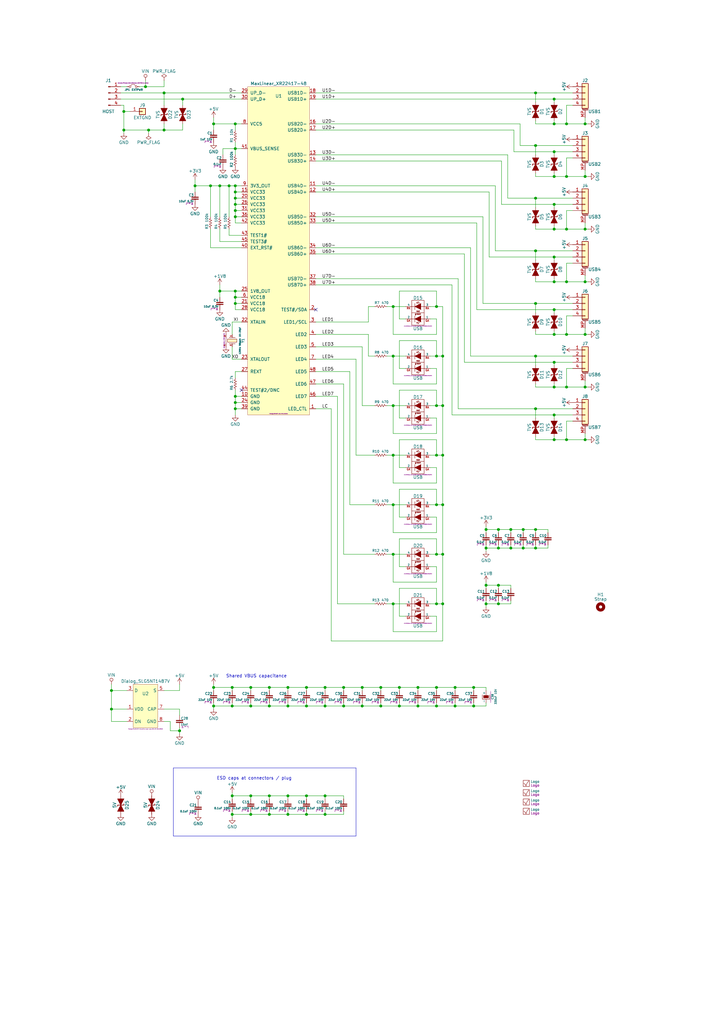
<source format=kicad_sch>
(kicad_sch (version 20210126) (generator eeschema)
  (paper "A3" portrait)
  (title_block (title "StickHub") (company "Stefan Hamminga (https://rbts.co)"))
  (junction (at 45.72 283.21) (diameter 1.016))
  (junction (at 45.72 290.83) (diameter 1.016))
  (junction (at 50.8 45.72) (diameter 1.016))
  (junction (at 50.8 53.34) (diameter 1.016))
  (junction (at 59.69 35.56) (diameter 1.016))
  (junction (at 60.96 53.34) (diameter 1.016))
  (junction (at 67.31 38.1) (diameter 1.016))
  (junction (at 67.31 53.34) (diameter 1.016))
  (junction (at 73.66 299.72) (diameter 1.016))
  (junction (at 74.93 40.64) (diameter 1.016))
  (junction (at 80.01 76.2) (diameter 1.016))
  (junction (at 86.36 76.2) (diameter 1.016))
  (junction (at 87.63 50.8) (diameter 1.016))
  (junction (at 87.63 281.94) (diameter 1.016))
  (junction (at 87.63 289.56) (diameter 1.016))
  (junction (at 90.17 76.2) (diameter 1.016))
  (junction (at 90.17 119.38) (diameter 1.016))
  (junction (at 93.98 76.2) (diameter 1.016))
  (junction (at 95.25 281.94) (diameter 1.016))
  (junction (at 95.25 289.56) (diameter 1.016))
  (junction (at 95.25 326.39) (diameter 1.016))
  (junction (at 95.25 334.01) (diameter 1.016))
  (junction (at 96.52 50.8) (diameter 1.016))
  (junction (at 96.52 60.96) (diameter 1.016))
  (junction (at 96.52 76.2) (diameter 1.016))
  (junction (at 96.52 78.74) (diameter 1.016))
  (junction (at 96.52 81.28) (diameter 1.016))
  (junction (at 96.52 83.82) (diameter 1.016))
  (junction (at 96.52 86.36) (diameter 1.016))
  (junction (at 96.52 88.9) (diameter 1.016))
  (junction (at 96.52 119.38) (diameter 1.016))
  (junction (at 96.52 121.92) (diameter 1.016))
  (junction (at 96.52 124.46) (diameter 1.016))
  (junction (at 96.52 162.56) (diameter 1.016))
  (junction (at 96.52 165.1) (diameter 1.016))
  (junction (at 96.52 167.64) (diameter 1.016))
  (junction (at 102.87 281.94) (diameter 1.016))
  (junction (at 102.87 289.56) (diameter 1.016))
  (junction (at 102.87 326.39) (diameter 1.016))
  (junction (at 102.87 334.01) (diameter 1.016))
  (junction (at 110.49 281.94) (diameter 1.016))
  (junction (at 110.49 289.56) (diameter 1.016))
  (junction (at 110.49 326.39) (diameter 1.016))
  (junction (at 110.49 334.01) (diameter 1.016))
  (junction (at 118.11 281.94) (diameter 1.016))
  (junction (at 118.11 289.56) (diameter 1.016))
  (junction (at 118.11 326.39) (diameter 1.016))
  (junction (at 118.11 334.01) (diameter 1.016))
  (junction (at 125.73 281.94) (diameter 1.016))
  (junction (at 125.73 289.56) (diameter 1.016))
  (junction (at 125.73 326.39) (diameter 1.016))
  (junction (at 125.73 334.01) (diameter 1.016))
  (junction (at 133.35 281.94) (diameter 1.016))
  (junction (at 133.35 289.56) (diameter 1.016))
  (junction (at 133.35 326.39) (diameter 1.016))
  (junction (at 133.35 334.01) (diameter 1.016))
  (junction (at 140.97 281.94) (diameter 1.016))
  (junction (at 140.97 289.56) (diameter 1.016))
  (junction (at 148.59 281.94) (diameter 1.016))
  (junction (at 148.59 289.56) (diameter 1.016))
  (junction (at 156.21 281.94) (diameter 1.016))
  (junction (at 156.21 289.56) (diameter 1.016))
  (junction (at 161.29 125.73) (diameter 1.016))
  (junction (at 161.29 146.05) (diameter 1.016))
  (junction (at 161.29 166.37) (diameter 1.016))
  (junction (at 161.29 186.69) (diameter 1.016))
  (junction (at 161.29 207.01) (diameter 1.016))
  (junction (at 161.29 227.33) (diameter 1.016))
  (junction (at 161.29 247.65) (diameter 1.016))
  (junction (at 163.83 281.94) (diameter 1.016))
  (junction (at 163.83 289.56) (diameter 1.016))
  (junction (at 171.45 281.94) (diameter 1.016))
  (junction (at 171.45 289.56) (diameter 1.016))
  (junction (at 179.07 125.73) (diameter 1.016))
  (junction (at 179.07 146.05) (diameter 1.016))
  (junction (at 179.07 166.37) (diameter 1.016))
  (junction (at 179.07 186.69) (diameter 1.016))
  (junction (at 179.07 207.01) (diameter 1.016))
  (junction (at 179.07 227.33) (diameter 1.016))
  (junction (at 179.07 247.65) (diameter 1.016))
  (junction (at 179.07 281.94) (diameter 1.016))
  (junction (at 179.07 289.56) (diameter 1.016))
  (junction (at 181.61 146.05) (diameter 1.016))
  (junction (at 181.61 166.37) (diameter 1.016))
  (junction (at 181.61 186.69) (diameter 1.016))
  (junction (at 181.61 207.01) (diameter 1.016))
  (junction (at 181.61 227.33) (diameter 1.016))
  (junction (at 181.61 247.65) (diameter 1.016))
  (junction (at 186.69 281.94) (diameter 1.016))
  (junction (at 186.69 289.56) (diameter 1.016))
  (junction (at 194.31 281.94) (diameter 1.016))
  (junction (at 194.31 289.56) (diameter 1.016))
  (junction (at 199.39 217.17) (diameter 1.016))
  (junction (at 199.39 224.79) (diameter 1.016))
  (junction (at 199.39 240.03) (diameter 1.016))
  (junction (at 199.39 247.65) (diameter 1.016))
  (junction (at 204.47 217.17) (diameter 1.016))
  (junction (at 204.47 224.79) (diameter 1.016))
  (junction (at 204.47 240.03) (diameter 1.016))
  (junction (at 204.47 247.65) (diameter 1.016))
  (junction (at 209.55 217.17) (diameter 1.016))
  (junction (at 209.55 224.79) (diameter 1.016))
  (junction (at 214.63 217.17) (diameter 1.016))
  (junction (at 214.63 224.79) (diameter 1.016))
  (junction (at 219.71 38.1) (diameter 1.016))
  (junction (at 219.71 59.69) (diameter 1.016))
  (junction (at 219.71 81.28) (diameter 1.016))
  (junction (at 219.71 102.87) (diameter 1.016))
  (junction (at 219.71 124.46) (diameter 1.016))
  (junction (at 219.71 146.05) (diameter 1.016))
  (junction (at 219.71 167.64) (diameter 1.016))
  (junction (at 219.71 217.17) (diameter 1.016))
  (junction (at 219.71 224.79) (diameter 1.016))
  (junction (at 227.33 40.64) (diameter 1.016))
  (junction (at 227.33 50.8) (diameter 1.016))
  (junction (at 227.33 62.23) (diameter 1.016))
  (junction (at 227.33 72.39) (diameter 1.016))
  (junction (at 227.33 83.82) (diameter 1.016))
  (junction (at 227.33 93.98) (diameter 1.016))
  (junction (at 227.33 105.41) (diameter 1.016))
  (junction (at 227.33 115.57) (diameter 1.016))
  (junction (at 227.33 127) (diameter 1.016))
  (junction (at 227.33 137.16) (diameter 1.016))
  (junction (at 227.33 148.59) (diameter 1.016))
  (junction (at 227.33 158.75) (diameter 1.016))
  (junction (at 227.33 170.18) (diameter 1.016))
  (junction (at 227.33 180.34) (diameter 1.016))
  (junction (at 232.41 50.8) (diameter 1.016))
  (junction (at 232.41 72.39) (diameter 1.016))
  (junction (at 232.41 93.98) (diameter 1.016))
  (junction (at 232.41 115.57) (diameter 1.016))
  (junction (at 232.41 137.16) (diameter 1.016))
  (junction (at 232.41 158.75) (diameter 1.016))
  (junction (at 232.41 180.34) (diameter 1.016))
  (junction (at 240.03 50.8) (diameter 1.016))
  (junction (at 240.03 72.39) (diameter 1.016))
  (junction (at 240.03 93.98) (diameter 1.016))
  (junction (at 240.03 115.57) (diameter 1.016))
  (junction (at 240.03 137.16) (diameter 1.016))
  (junction (at 240.03 158.75) (diameter 1.016))
  (junction (at 240.03 180.34) (diameter 1.016))
  (no_connect (at 99.06 160.02))
  (no_connect (at 129.54 127))
  (wire (pts (xy 45.72 280.67) (xy 45.72 283.21)))
  (wire (pts (xy 45.72 283.21) (xy 45.72 290.83)))
  (wire (pts (xy 45.72 283.21) (xy 52.07 283.21)))
  (wire (pts (xy 45.72 290.83) (xy 52.07 290.83)))
  (wire (pts (xy 45.72 295.91) (xy 45.72 290.83)))
  (wire (pts (xy 49.53 35.56) (xy 52.07 35.56)))
  (wire (pts (xy 49.53 38.1) (xy 67.31 38.1)))
  (wire (pts (xy 49.53 40.64) (xy 74.93 40.64)))
  (wire (pts (xy 49.53 43.18) (xy 50.8 43.18)))
  (wire (pts (xy 50.8 43.18) (xy 50.8 45.72)))
  (wire (pts (xy 50.8 45.72) (xy 50.8 53.34)))
  (wire (pts (xy 50.8 45.72) (xy 53.34 45.72)))
  (wire (pts (xy 50.8 53.34) (xy 50.8 54.61)))
  (wire (pts (xy 50.8 53.34) (xy 60.96 53.34)))
  (wire (pts (xy 52.07 295.91) (xy 45.72 295.91)))
  (wire (pts (xy 57.15 35.56) (xy 59.69 35.56)))
  (wire (pts (xy 59.69 35.56) (xy 59.69 33.02)))
  (wire (pts (xy 60.96 53.34) (xy 60.96 54.61)))
  (wire (pts (xy 60.96 53.34) (xy 67.31 53.34)))
  (wire (pts (xy 67.31 33.02) (xy 67.31 35.56)))
  (wire (pts (xy 67.31 35.56) (xy 59.69 35.56)))
  (wire (pts (xy 67.31 38.1) (xy 67.31 43.18)))
  (wire (pts (xy 67.31 38.1) (xy 99.06 38.1)))
  (wire (pts (xy 67.31 50.8) (xy 67.31 53.34)))
  (wire (pts (xy 67.31 53.34) (xy 74.93 53.34)))
  (wire (pts (xy 67.31 283.21) (xy 73.66 283.21)))
  (wire (pts (xy 67.31 290.83) (xy 73.66 290.83)))
  (wire (pts (xy 67.31 295.91) (xy 69.85 295.91)))
  (wire (pts (xy 69.85 295.91) (xy 69.85 299.72)))
  (wire (pts (xy 69.85 299.72) (xy 73.66 299.72)))
  (wire (pts (xy 73.66 283.21) (xy 73.66 280.67)))
  (wire (pts (xy 73.66 290.83) (xy 73.66 293.37)))
  (wire (pts (xy 73.66 298.45) (xy 73.66 299.72)))
  (wire (pts (xy 73.66 299.72) (xy 73.66 300.99)))
  (wire (pts (xy 74.93 40.64) (xy 74.93 43.18)))
  (wire (pts (xy 74.93 40.64) (xy 99.06 40.64)))
  (wire (pts (xy 74.93 50.8) (xy 74.93 53.34)))
  (wire (pts (xy 80.01 73.66) (xy 80.01 76.2)))
  (wire (pts (xy 80.01 76.2) (xy 80.01 78.74)))
  (wire (pts (xy 80.01 76.2) (xy 86.36 76.2)))
  (wire (pts (xy 86.36 76.2) (xy 90.17 76.2)))
  (wire (pts (xy 86.36 88.9) (xy 86.36 76.2)))
  (wire (pts (xy 86.36 101.6) (xy 86.36 93.98)))
  (wire (pts (xy 86.36 101.6) (xy 99.06 101.6)))
  (wire (pts (xy 87.63 48.26) (xy 87.63 50.8)))
  (wire (pts (xy 87.63 50.8) (xy 87.63 53.34)))
  (wire (pts (xy 87.63 50.8) (xy 96.52 50.8)))
  (wire (pts (xy 87.63 280.67) (xy 87.63 281.94)))
  (wire (pts (xy 87.63 281.94) (xy 87.63 283.21)))
  (wire (pts (xy 87.63 281.94) (xy 95.25 281.94)))
  (wire (pts (xy 87.63 288.29) (xy 87.63 289.56)))
  (wire (pts (xy 87.63 289.56) (xy 87.63 290.83)))
  (wire (pts (xy 87.63 289.56) (xy 95.25 289.56)))
  (wire (pts (xy 90.17 76.2) (xy 93.98 76.2)))
  (wire (pts (xy 90.17 88.9) (xy 90.17 76.2)))
  (wire (pts (xy 90.17 99.06) (xy 90.17 93.98)))
  (wire (pts (xy 90.17 116.84) (xy 90.17 119.38)))
  (wire (pts (xy 90.17 119.38) (xy 90.17 121.92)))
  (wire (pts (xy 90.17 119.38) (xy 96.52 119.38)))
  (wire (pts (xy 91.44 60.96) (xy 91.44 63.5)))
  (wire (pts (xy 93.98 76.2) (xy 93.98 88.9)))
  (wire (pts (xy 93.98 76.2) (xy 96.52 76.2)))
  (wire (pts (xy 93.98 93.98) (xy 93.98 96.52)))
  (wire (pts (xy 93.98 96.52) (xy 99.06 96.52)))
  (wire (pts (xy 95.25 132.08) (xy 99.06 132.08)))
  (wire (pts (xy 95.25 137.16) (xy 95.25 132.08)))
  (wire (pts (xy 95.25 142.24) (xy 95.25 147.32)))
  (wire (pts (xy 95.25 147.32) (xy 99.06 147.32)))
  (wire (pts (xy 95.25 281.94) (xy 95.25 283.21)))
  (wire (pts (xy 95.25 281.94) (xy 102.87 281.94)))
  (wire (pts (xy 95.25 288.29) (xy 95.25 289.56)))
  (wire (pts (xy 95.25 289.56) (xy 102.87 289.56)))
  (wire (pts (xy 95.25 325.12) (xy 95.25 326.39)))
  (wire (pts (xy 95.25 326.39) (xy 95.25 327.66)))
  (wire (pts (xy 95.25 326.39) (xy 102.87 326.39)))
  (wire (pts (xy 95.25 332.74) (xy 95.25 334.01)))
  (wire (pts (xy 95.25 334.01) (xy 95.25 335.28)))
  (wire (pts (xy 95.25 334.01) (xy 102.87 334.01)))
  (wire (pts (xy 96.52 50.8) (xy 99.06 50.8)))
  (wire (pts (xy 96.52 53.34) (xy 96.52 50.8)))
  (wire (pts (xy 96.52 60.96) (xy 91.44 60.96)))
  (wire (pts (xy 96.52 60.96) (xy 96.52 58.42)))
  (wire (pts (xy 96.52 60.96) (xy 96.52 63.5)))
  (wire (pts (xy 96.52 76.2) (xy 99.06 76.2)))
  (wire (pts (xy 96.52 78.74) (xy 96.52 76.2)))
  (wire (pts (xy 96.52 78.74) (xy 96.52 81.28)))
  (wire (pts (xy 96.52 81.28) (xy 96.52 83.82)))
  (wire (pts (xy 96.52 81.28) (xy 99.06 81.28)))
  (wire (pts (xy 96.52 83.82) (xy 96.52 86.36)))
  (wire (pts (xy 96.52 83.82) (xy 99.06 83.82)))
  (wire (pts (xy 96.52 86.36) (xy 96.52 88.9)))
  (wire (pts (xy 96.52 86.36) (xy 99.06 86.36)))
  (wire (pts (xy 96.52 88.9) (xy 96.52 91.44)))
  (wire (pts (xy 96.52 88.9) (xy 99.06 88.9)))
  (wire (pts (xy 96.52 91.44) (xy 99.06 91.44)))
  (wire (pts (xy 96.52 119.38) (xy 99.06 119.38)))
  (wire (pts (xy 96.52 121.92) (xy 96.52 119.38)))
  (wire (pts (xy 96.52 121.92) (xy 99.06 121.92)))
  (wire (pts (xy 96.52 124.46) (xy 96.52 121.92)))
  (wire (pts (xy 96.52 124.46) (xy 99.06 124.46)))
  (wire (pts (xy 96.52 127) (xy 96.52 124.46)))
  (wire (pts (xy 96.52 152.4) (xy 96.52 154.94)))
  (wire (pts (xy 96.52 160.02) (xy 96.52 162.56)))
  (wire (pts (xy 96.52 162.56) (xy 96.52 165.1)))
  (wire (pts (xy 96.52 162.56) (xy 99.06 162.56)))
  (wire (pts (xy 96.52 165.1) (xy 96.52 167.64)))
  (wire (pts (xy 96.52 165.1) (xy 99.06 165.1)))
  (wire (pts (xy 96.52 167.64) (xy 96.52 170.18)))
  (wire (pts (xy 96.52 167.64) (xy 99.06 167.64)))
  (wire (pts (xy 99.06 60.96) (xy 96.52 60.96)))
  (wire (pts (xy 99.06 78.74) (xy 96.52 78.74)))
  (wire (pts (xy 99.06 99.06) (xy 90.17 99.06)))
  (wire (pts (xy 99.06 127) (xy 96.52 127)))
  (wire (pts (xy 99.06 152.4) (xy 96.52 152.4)))
  (wire (pts (xy 102.87 281.94) (xy 102.87 283.21)))
  (wire (pts (xy 102.87 281.94) (xy 110.49 281.94)))
  (wire (pts (xy 102.87 288.29) (xy 102.87 289.56)))
  (wire (pts (xy 102.87 289.56) (xy 110.49 289.56)))
  (wire (pts (xy 102.87 326.39) (xy 102.87 327.66)))
  (wire (pts (xy 102.87 326.39) (xy 110.49 326.39)))
  (wire (pts (xy 102.87 332.74) (xy 102.87 334.01)))
  (wire (pts (xy 102.87 334.01) (xy 110.49 334.01)))
  (wire (pts (xy 110.49 281.94) (xy 110.49 283.21)))
  (wire (pts (xy 110.49 281.94) (xy 118.11 281.94)))
  (wire (pts (xy 110.49 288.29) (xy 110.49 289.56)))
  (wire (pts (xy 110.49 289.56) (xy 118.11 289.56)))
  (wire (pts (xy 110.49 326.39) (xy 110.49 327.66)))
  (wire (pts (xy 110.49 326.39) (xy 118.11 326.39)))
  (wire (pts (xy 110.49 332.74) (xy 110.49 334.01)))
  (wire (pts (xy 110.49 334.01) (xy 118.11 334.01)))
  (wire (pts (xy 118.11 281.94) (xy 118.11 283.21)))
  (wire (pts (xy 118.11 281.94) (xy 125.73 281.94)))
  (wire (pts (xy 118.11 288.29) (xy 118.11 289.56)))
  (wire (pts (xy 118.11 289.56) (xy 125.73 289.56)))
  (wire (pts (xy 118.11 326.39) (xy 118.11 327.66)))
  (wire (pts (xy 118.11 326.39) (xy 125.73 326.39)))
  (wire (pts (xy 118.11 332.74) (xy 118.11 334.01)))
  (wire (pts (xy 118.11 334.01) (xy 125.73 334.01)))
  (wire (pts (xy 125.73 281.94) (xy 125.73 283.21)))
  (wire (pts (xy 125.73 281.94) (xy 133.35 281.94)))
  (wire (pts (xy 125.73 289.56) (xy 125.73 288.29)))
  (wire (pts (xy 125.73 289.56) (xy 133.35 289.56)))
  (wire (pts (xy 125.73 326.39) (xy 125.73 327.66)))
  (wire (pts (xy 125.73 326.39) (xy 133.35 326.39)))
  (wire (pts (xy 125.73 332.74) (xy 125.73 334.01)))
  (wire (pts (xy 125.73 334.01) (xy 133.35 334.01)))
  (wire (pts (xy 129.54 38.1) (xy 219.71 38.1)))
  (wire (pts (xy 129.54 40.64) (xy 227.33 40.64)))
  (wire (pts (xy 129.54 50.8) (xy 213.36 50.8)))
  (wire (pts (xy 129.54 53.34) (xy 210.82 53.34)))
  (wire (pts (xy 129.54 63.5) (xy 208.28 63.5)))
  (wire (pts (xy 129.54 66.04) (xy 205.74 66.04)))
  (wire (pts (xy 129.54 76.2) (xy 203.2 76.2)))
  (wire (pts (xy 129.54 78.74) (xy 200.66 78.74)))
  (wire (pts (xy 129.54 88.9) (xy 198.12 88.9)))
  (wire (pts (xy 129.54 91.44) (xy 195.58 91.44)))
  (wire (pts (xy 129.54 101.6) (xy 193.04 101.6)))
  (wire (pts (xy 129.54 104.14) (xy 190.5 104.14)))
  (wire (pts (xy 129.54 114.3) (xy 187.96 114.3)))
  (wire (pts (xy 129.54 116.84) (xy 185.42 116.84)))
  (wire (pts (xy 129.54 132.08) (xy 151.13 132.08)))
  (wire (pts (xy 129.54 137.16) (xy 151.13 137.16)))
  (wire (pts (xy 129.54 142.24) (xy 148.59 142.24)))
  (wire (pts (xy 129.54 147.32) (xy 146.05 147.32)))
  (wire (pts (xy 129.54 152.4) (xy 143.51 152.4)))
  (wire (pts (xy 129.54 157.48) (xy 140.97 157.48)))
  (wire (pts (xy 129.54 162.56) (xy 138.43 162.56)))
  (wire (pts (xy 133.35 281.94) (xy 133.35 283.21)))
  (wire (pts (xy 133.35 281.94) (xy 140.97 281.94)))
  (wire (pts (xy 133.35 288.29) (xy 133.35 289.56)))
  (wire (pts (xy 133.35 289.56) (xy 140.97 289.56)))
  (wire (pts (xy 133.35 326.39) (xy 133.35 327.66)))
  (wire (pts (xy 133.35 326.39) (xy 140.97 326.39)))
  (wire (pts (xy 133.35 332.74) (xy 133.35 334.01)))
  (wire (pts (xy 133.35 334.01) (xy 140.97 334.01)))
  (wire (pts (xy 135.89 167.64) (xy 129.54 167.64)))
  (wire (pts (xy 135.89 262.89) (xy 135.89 167.64)))
  (wire (pts (xy 138.43 162.56) (xy 138.43 247.65)))
  (wire (pts (xy 138.43 247.65) (xy 153.67 247.65)))
  (wire (pts (xy 140.97 157.48) (xy 140.97 227.33)))
  (wire (pts (xy 140.97 227.33) (xy 153.67 227.33)))
  (wire (pts (xy 140.97 281.94) (xy 140.97 283.21)))
  (wire (pts (xy 140.97 281.94) (xy 148.59 281.94)))
  (wire (pts (xy 140.97 289.56) (xy 140.97 288.29)))
  (wire (pts (xy 140.97 326.39) (xy 140.97 327.66)))
  (wire (pts (xy 140.97 334.01) (xy 140.97 332.74)))
  (wire (pts (xy 143.51 152.4) (xy 143.51 207.01)))
  (wire (pts (xy 143.51 207.01) (xy 153.67 207.01)))
  (wire (pts (xy 146.05 147.32) (xy 146.05 186.69)))
  (wire (pts (xy 146.05 186.69) (xy 153.67 186.69)))
  (wire (pts (xy 148.59 142.24) (xy 148.59 166.37)))
  (wire (pts (xy 148.59 166.37) (xy 153.67 166.37)))
  (wire (pts (xy 148.59 281.94) (xy 148.59 283.21)))
  (wire (pts (xy 148.59 281.94) (xy 156.21 281.94)))
  (wire (pts (xy 148.59 288.29) (xy 148.59 289.56)))
  (wire (pts (xy 148.59 289.56) (xy 140.97 289.56)))
  (wire (pts (xy 148.59 289.56) (xy 156.21 289.56)))
  (wire (pts (xy 151.13 125.73) (xy 151.13 132.08)))
  (wire (pts (xy 151.13 137.16) (xy 151.13 146.05)))
  (wire (pts (xy 151.13 146.05) (xy 153.67 146.05)))
  (wire (pts (xy 153.67 125.73) (xy 151.13 125.73)))
  (wire (pts (xy 156.21 281.94) (xy 156.21 283.21)))
  (wire (pts (xy 156.21 281.94) (xy 163.83 281.94)))
  (wire (pts (xy 156.21 289.56) (xy 156.21 288.29)))
  (wire (pts (xy 156.21 289.56) (xy 163.83 289.56)))
  (wire (pts (xy 158.75 125.73) (xy 161.29 125.73)))
  (wire (pts (xy 158.75 146.05) (xy 161.29 146.05)))
  (wire (pts (xy 158.75 166.37) (xy 161.29 166.37)))
  (wire (pts (xy 158.75 186.69) (xy 161.29 186.69)))
  (wire (pts (xy 158.75 207.01) (xy 161.29 207.01)))
  (wire (pts (xy 158.75 227.33) (xy 161.29 227.33)))
  (wire (pts (xy 158.75 247.65) (xy 161.29 247.65)))
  (wire (pts (xy 161.29 125.73) (xy 166.37 125.73)))
  (wire (pts (xy 161.29 137.16) (xy 161.29 125.73)))
  (wire (pts (xy 161.29 146.05) (xy 166.37 146.05)))
  (wire (pts (xy 161.29 157.48) (xy 161.29 146.05)))
  (wire (pts (xy 161.29 166.37) (xy 166.37 166.37)))
  (wire (pts (xy 161.29 177.8) (xy 161.29 166.37)))
  (wire (pts (xy 161.29 186.69) (xy 166.37 186.69)))
  (wire (pts (xy 161.29 198.12) (xy 161.29 186.69)))
  (wire (pts (xy 161.29 207.01) (xy 166.37 207.01)))
  (wire (pts (xy 161.29 218.44) (xy 161.29 207.01)))
  (wire (pts (xy 161.29 227.33) (xy 166.37 227.33)))
  (wire (pts (xy 161.29 238.76) (xy 161.29 227.33)))
  (wire (pts (xy 161.29 247.65) (xy 166.37 247.65)))
  (wire (pts (xy 161.29 259.08) (xy 161.29 247.65)))
  (wire (pts (xy 163.83 119.38) (xy 179.07 119.38)))
  (wire (pts (xy 163.83 130.81) (xy 163.83 119.38)))
  (wire (pts (xy 163.83 139.7) (xy 179.07 139.7)))
  (wire (pts (xy 163.83 151.13) (xy 163.83 139.7)))
  (wire (pts (xy 163.83 160.02) (xy 179.07 160.02)))
  (wire (pts (xy 163.83 171.45) (xy 163.83 160.02)))
  (wire (pts (xy 163.83 180.34) (xy 179.07 180.34)))
  (wire (pts (xy 163.83 191.77) (xy 163.83 180.34)))
  (wire (pts (xy 163.83 200.66) (xy 179.07 200.66)))
  (wire (pts (xy 163.83 212.09) (xy 163.83 200.66)))
  (wire (pts (xy 163.83 220.98) (xy 179.07 220.98)))
  (wire (pts (xy 163.83 232.41) (xy 163.83 220.98)))
  (wire (pts (xy 163.83 241.3) (xy 179.07 241.3)))
  (wire (pts (xy 163.83 252.73) (xy 163.83 241.3)))
  (wire (pts (xy 163.83 281.94) (xy 163.83 283.21)))
  (wire (pts (xy 163.83 281.94) (xy 171.45 281.94)))
  (wire (pts (xy 163.83 289.56) (xy 163.83 288.29)))
  (wire (pts (xy 163.83 289.56) (xy 171.45 289.56)))
  (wire (pts (xy 166.37 130.81) (xy 163.83 130.81)))
  (wire (pts (xy 166.37 151.13) (xy 163.83 151.13)))
  (wire (pts (xy 166.37 171.45) (xy 163.83 171.45)))
  (wire (pts (xy 166.37 191.77) (xy 163.83 191.77)))
  (wire (pts (xy 166.37 212.09) (xy 163.83 212.09)))
  (wire (pts (xy 166.37 232.41) (xy 163.83 232.41)))
  (wire (pts (xy 166.37 252.73) (xy 163.83 252.73)))
  (wire (pts (xy 171.45 281.94) (xy 171.45 283.21)))
  (wire (pts (xy 171.45 281.94) (xy 179.07 281.94)))
  (wire (pts (xy 171.45 289.56) (xy 171.45 288.29)))
  (wire (pts (xy 176.53 130.81) (xy 179.07 130.81)))
  (wire (pts (xy 176.53 151.13) (xy 179.07 151.13)))
  (wire (pts (xy 176.53 171.45) (xy 179.07 171.45)))
  (wire (pts (xy 176.53 191.77) (xy 179.07 191.77)))
  (wire (pts (xy 176.53 212.09) (xy 179.07 212.09)))
  (wire (pts (xy 176.53 232.41) (xy 179.07 232.41)))
  (wire (pts (xy 176.53 252.73) (xy 179.07 252.73)))
  (wire (pts (xy 179.07 119.38) (xy 179.07 125.73)))
  (wire (pts (xy 179.07 125.73) (xy 176.53 125.73)))
  (wire (pts (xy 179.07 125.73) (xy 181.61 125.73)))
  (wire (pts (xy 179.07 130.81) (xy 179.07 137.16)))
  (wire (pts (xy 179.07 137.16) (xy 161.29 137.16)))
  (wire (pts (xy 179.07 139.7) (xy 179.07 146.05)))
  (wire (pts (xy 179.07 146.05) (xy 176.53 146.05)))
  (wire (pts (xy 179.07 146.05) (xy 181.61 146.05)))
  (wire (pts (xy 179.07 151.13) (xy 179.07 157.48)))
  (wire (pts (xy 179.07 157.48) (xy 161.29 157.48)))
  (wire (pts (xy 179.07 160.02) (xy 179.07 166.37)))
  (wire (pts (xy 179.07 166.37) (xy 176.53 166.37)))
  (wire (pts (xy 179.07 166.37) (xy 181.61 166.37)))
  (wire (pts (xy 179.07 171.45) (xy 179.07 177.8)))
  (wire (pts (xy 179.07 177.8) (xy 161.29 177.8)))
  (wire (pts (xy 179.07 180.34) (xy 179.07 186.69)))
  (wire (pts (xy 179.07 186.69) (xy 176.53 186.69)))
  (wire (pts (xy 179.07 186.69) (xy 181.61 186.69)))
  (wire (pts (xy 179.07 191.77) (xy 179.07 198.12)))
  (wire (pts (xy 179.07 198.12) (xy 161.29 198.12)))
  (wire (pts (xy 179.07 200.66) (xy 179.07 207.01)))
  (wire (pts (xy 179.07 207.01) (xy 176.53 207.01)))
  (wire (pts (xy 179.07 207.01) (xy 181.61 207.01)))
  (wire (pts (xy 179.07 212.09) (xy 179.07 218.44)))
  (wire (pts (xy 179.07 218.44) (xy 161.29 218.44)))
  (wire (pts (xy 179.07 220.98) (xy 179.07 227.33)))
  (wire (pts (xy 179.07 227.33) (xy 176.53 227.33)))
  (wire (pts (xy 179.07 227.33) (xy 181.61 227.33)))
  (wire (pts (xy 179.07 232.41) (xy 179.07 238.76)))
  (wire (pts (xy 179.07 238.76) (xy 161.29 238.76)))
  (wire (pts (xy 179.07 241.3) (xy 179.07 247.65)))
  (wire (pts (xy 179.07 247.65) (xy 176.53 247.65)))
  (wire (pts (xy 179.07 252.73) (xy 179.07 259.08)))
  (wire (pts (xy 179.07 259.08) (xy 161.29 259.08)))
  (wire (pts (xy 179.07 281.94) (xy 179.07 283.21)))
  (wire (pts (xy 179.07 281.94) (xy 186.69 281.94)))
  (wire (pts (xy 179.07 288.29) (xy 179.07 289.56)))
  (wire (pts (xy 179.07 289.56) (xy 171.45 289.56)))
  (wire (pts (xy 179.07 289.56) (xy 186.69 289.56)))
  (wire (pts (xy 181.61 125.73) (xy 181.61 146.05)))
  (wire (pts (xy 181.61 146.05) (xy 181.61 166.37)))
  (wire (pts (xy 181.61 166.37) (xy 181.61 186.69)))
  (wire (pts (xy 181.61 186.69) (xy 181.61 207.01)))
  (wire (pts (xy 181.61 207.01) (xy 181.61 227.33)))
  (wire (pts (xy 181.61 227.33) (xy 181.61 247.65)))
  (wire (pts (xy 181.61 247.65) (xy 179.07 247.65)))
  (wire (pts (xy 181.61 247.65) (xy 181.61 262.89)))
  (wire (pts (xy 181.61 262.89) (xy 135.89 262.89)))
  (wire (pts (xy 185.42 116.84) (xy 185.42 170.18)))
  (wire (pts (xy 185.42 170.18) (xy 227.33 170.18)))
  (wire (pts (xy 186.69 281.94) (xy 186.69 283.21)))
  (wire (pts (xy 186.69 281.94) (xy 194.31 281.94)))
  (wire (pts (xy 186.69 289.56) (xy 186.69 288.29)))
  (wire (pts (xy 186.69 289.56) (xy 194.31 289.56)))
  (wire (pts (xy 187.96 114.3) (xy 187.96 167.64)))
  (wire (pts (xy 187.96 167.64) (xy 219.71 167.64)))
  (wire (pts (xy 190.5 104.14) (xy 190.5 148.59)))
  (wire (pts (xy 190.5 148.59) (xy 227.33 148.59)))
  (wire (pts (xy 193.04 101.6) (xy 193.04 146.05)))
  (wire (pts (xy 193.04 146.05) (xy 219.71 146.05)))
  (wire (pts (xy 194.31 281.94) (xy 194.31 283.21)))
  (wire (pts (xy 194.31 281.94) (xy 199.39 281.94)))
  (wire (pts (xy 194.31 289.56) (xy 194.31 288.29)))
  (wire (pts (xy 195.58 91.44) (xy 195.58 127)))
  (wire (pts (xy 195.58 127) (xy 227.33 127)))
  (wire (pts (xy 198.12 88.9) (xy 198.12 124.46)))
  (wire (pts (xy 198.12 124.46) (xy 219.71 124.46)))
  (wire (pts (xy 199.39 215.9) (xy 199.39 217.17)))
  (wire (pts (xy 199.39 217.17) (xy 199.39 218.44)))
  (wire (pts (xy 199.39 223.52) (xy 199.39 224.79)))
  (wire (pts (xy 199.39 224.79) (xy 199.39 226.06)))
  (wire (pts (xy 199.39 224.79) (xy 204.47 224.79)))
  (wire (pts (xy 199.39 238.76) (xy 199.39 240.03)))
  (wire (pts (xy 199.39 240.03) (xy 199.39 241.3)))
  (wire (pts (xy 199.39 240.03) (xy 204.47 240.03)))
  (wire (pts (xy 199.39 246.38) (xy 199.39 247.65)))
  (wire (pts (xy 199.39 247.65) (xy 199.39 248.92)))
  (wire (pts (xy 199.39 247.65) (xy 204.47 247.65)))
  (wire (pts (xy 199.39 281.94) (xy 199.39 283.21)))
  (wire (pts (xy 199.39 288.29) (xy 199.39 289.56)))
  (wire (pts (xy 199.39 289.56) (xy 194.31 289.56)))
  (wire (pts (xy 200.66 78.74) (xy 200.66 105.41)))
  (wire (pts (xy 200.66 105.41) (xy 227.33 105.41)))
  (wire (pts (xy 203.2 76.2) (xy 203.2 102.87)))
  (wire (pts (xy 203.2 102.87) (xy 219.71 102.87)))
  (wire (pts (xy 204.47 217.17) (xy 199.39 217.17)))
  (wire (pts (xy 204.47 217.17) (xy 204.47 218.44)))
  (wire (pts (xy 204.47 223.52) (xy 204.47 224.79)))
  (wire (pts (xy 204.47 224.79) (xy 209.55 224.79)))
  (wire (pts (xy 204.47 240.03) (xy 204.47 241.3)))
  (wire (pts (xy 204.47 240.03) (xy 209.55 240.03)))
  (wire (pts (xy 204.47 246.38) (xy 204.47 247.65)))
  (wire (pts (xy 204.47 247.65) (xy 209.55 247.65)))
  (wire (pts (xy 205.74 66.04) (xy 205.74 83.82)))
  (wire (pts (xy 205.74 83.82) (xy 227.33 83.82)))
  (wire (pts (xy 208.28 63.5) (xy 208.28 81.28)))
  (wire (pts (xy 208.28 81.28) (xy 219.71 81.28)))
  (wire (pts (xy 209.55 217.17) (xy 204.47 217.17)))
  (wire (pts (xy 209.55 217.17) (xy 209.55 218.44)))
  (wire (pts (xy 209.55 223.52) (xy 209.55 224.79)))
  (wire (pts (xy 209.55 224.79) (xy 214.63 224.79)))
  (wire (pts (xy 209.55 240.03) (xy 209.55 241.3)))
  (wire (pts (xy 209.55 247.65) (xy 209.55 246.38)))
  (wire (pts (xy 210.82 53.34) (xy 210.82 62.23)))
  (wire (pts (xy 210.82 62.23) (xy 227.33 62.23)))
  (wire (pts (xy 213.36 50.8) (xy 213.36 59.69)))
  (wire (pts (xy 213.36 59.69) (xy 219.71 59.69)))
  (wire (pts (xy 214.63 217.17) (xy 209.55 217.17)))
  (wire (pts (xy 214.63 217.17) (xy 214.63 218.44)))
  (wire (pts (xy 214.63 223.52) (xy 214.63 224.79)))
  (wire (pts (xy 214.63 224.79) (xy 219.71 224.79)))
  (wire (pts (xy 219.71 38.1) (xy 219.71 41.91)))
  (wire (pts (xy 219.71 38.1) (xy 234.95 38.1)))
  (wire (pts (xy 219.71 49.53) (xy 219.71 50.8)))
  (wire (pts (xy 219.71 50.8) (xy 227.33 50.8)))
  (wire (pts (xy 219.71 59.69) (xy 219.71 63.5)))
  (wire (pts (xy 219.71 59.69) (xy 234.95 59.69)))
  (wire (pts (xy 219.71 71.12) (xy 219.71 72.39)))
  (wire (pts (xy 219.71 72.39) (xy 227.33 72.39)))
  (wire (pts (xy 219.71 81.28) (xy 219.71 85.09)))
  (wire (pts (xy 219.71 81.28) (xy 234.95 81.28)))
  (wire (pts (xy 219.71 92.71) (xy 219.71 93.98)))
  (wire (pts (xy 219.71 93.98) (xy 227.33 93.98)))
  (wire (pts (xy 219.71 102.87) (xy 219.71 106.68)))
  (wire (pts (xy 219.71 102.87) (xy 234.95 102.87)))
  (wire (pts (xy 219.71 114.3) (xy 219.71 115.57)))
  (wire (pts (xy 219.71 115.57) (xy 227.33 115.57)))
  (wire (pts (xy 219.71 124.46) (xy 219.71 128.27)))
  (wire (pts (xy 219.71 124.46) (xy 234.95 124.46)))
  (wire (pts (xy 219.71 135.89) (xy 219.71 137.16)))
  (wire (pts (xy 219.71 137.16) (xy 227.33 137.16)))
  (wire (pts (xy 219.71 146.05) (xy 219.71 149.86)))
  (wire (pts (xy 219.71 146.05) (xy 234.95 146.05)))
  (wire (pts (xy 219.71 157.48) (xy 219.71 158.75)))
  (wire (pts (xy 219.71 158.75) (xy 227.33 158.75)))
  (wire (pts (xy 219.71 167.64) (xy 219.71 171.45)))
  (wire (pts (xy 219.71 167.64) (xy 234.95 167.64)))
  (wire (pts (xy 219.71 179.07) (xy 219.71 180.34)))
  (wire (pts (xy 219.71 180.34) (xy 227.33 180.34)))
  (wire (pts (xy 219.71 217.17) (xy 214.63 217.17)))
  (wire (pts (xy 219.71 217.17) (xy 219.71 218.44)))
  (wire (pts (xy 219.71 223.52) (xy 219.71 224.79)))
  (wire (pts (xy 219.71 224.79) (xy 224.79 224.79)))
  (wire (pts (xy 224.79 217.17) (xy 219.71 217.17)))
  (wire (pts (xy 224.79 218.44) (xy 224.79 217.17)))
  (wire (pts (xy 224.79 224.79) (xy 224.79 223.52)))
  (wire (pts (xy 227.33 40.64) (xy 227.33 41.91)))
  (wire (pts (xy 227.33 40.64) (xy 234.95 40.64)))
  (wire (pts (xy 227.33 49.53) (xy 227.33 50.8)))
  (wire (pts (xy 227.33 50.8) (xy 232.41 50.8)))
  (wire (pts (xy 227.33 62.23) (xy 227.33 63.5)))
  (wire (pts (xy 227.33 62.23) (xy 234.95 62.23)))
  (wire (pts (xy 227.33 71.12) (xy 227.33 72.39)))
  (wire (pts (xy 227.33 72.39) (xy 232.41 72.39)))
  (wire (pts (xy 227.33 83.82) (xy 227.33 85.09)))
  (wire (pts (xy 227.33 83.82) (xy 234.95 83.82)))
  (wire (pts (xy 227.33 92.71) (xy 227.33 93.98)))
  (wire (pts (xy 227.33 93.98) (xy 232.41 93.98)))
  (wire (pts (xy 227.33 105.41) (xy 227.33 106.68)))
  (wire (pts (xy 227.33 105.41) (xy 234.95 105.41)))
  (wire (pts (xy 227.33 114.3) (xy 227.33 115.57)))
  (wire (pts (xy 227.33 115.57) (xy 232.41 115.57)))
  (wire (pts (xy 227.33 127) (xy 227.33 128.27)))
  (wire (pts (xy 227.33 127) (xy 234.95 127)))
  (wire (pts (xy 227.33 135.89) (xy 227.33 137.16)))
  (wire (pts (xy 227.33 137.16) (xy 232.41 137.16)))
  (wire (pts (xy 227.33 148.59) (xy 227.33 149.86)))
  (wire (pts (xy 227.33 148.59) (xy 234.95 148.59)))
  (wire (pts (xy 227.33 157.48) (xy 227.33 158.75)))
  (wire (pts (xy 227.33 158.75) (xy 232.41 158.75)))
  (wire (pts (xy 227.33 170.18) (xy 227.33 171.45)))
  (wire (pts (xy 227.33 170.18) (xy 234.95 170.18)))
  (wire (pts (xy 227.33 179.07) (xy 227.33 180.34)))
  (wire (pts (xy 227.33 180.34) (xy 232.41 180.34)))
  (wire (pts (xy 232.41 43.18) (xy 232.41 50.8)))
  (wire (pts (xy 232.41 50.8) (xy 240.03 50.8)))
  (wire (pts (xy 232.41 64.77) (xy 232.41 72.39)))
  (wire (pts (xy 232.41 72.39) (xy 240.03 72.39)))
  (wire (pts (xy 232.41 86.36) (xy 232.41 93.98)))
  (wire (pts (xy 232.41 93.98) (xy 240.03 93.98)))
  (wire (pts (xy 232.41 107.95) (xy 232.41 115.57)))
  (wire (pts (xy 232.41 115.57) (xy 240.03 115.57)))
  (wire (pts (xy 232.41 129.54) (xy 232.41 137.16)))
  (wire (pts (xy 232.41 137.16) (xy 240.03 137.16)))
  (wire (pts (xy 232.41 151.13) (xy 232.41 158.75)))
  (wire (pts (xy 232.41 158.75) (xy 240.03 158.75)))
  (wire (pts (xy 232.41 172.72) (xy 232.41 180.34)))
  (wire (pts (xy 232.41 180.34) (xy 240.03 180.34)))
  (wire (pts (xy 234.95 43.18) (xy 232.41 43.18)))
  (wire (pts (xy 234.95 64.77) (xy 232.41 64.77)))
  (wire (pts (xy 234.95 86.36) (xy 232.41 86.36)))
  (wire (pts (xy 234.95 107.95) (xy 232.41 107.95)))
  (wire (pts (xy 234.95 129.54) (xy 232.41 129.54)))
  (wire (pts (xy 234.95 151.13) (xy 232.41 151.13)))
  (wire (pts (xy 234.95 172.72) (xy 232.41 172.72)))
  (wire (pts (xy 240.03 50.8) (xy 240.03 48.26)))
  (wire (pts (xy 240.03 50.8) (xy 241.3 50.8)))
  (wire (pts (xy 240.03 72.39) (xy 240.03 69.85)))
  (wire (pts (xy 240.03 72.39) (xy 241.3 72.39)))
  (wire (pts (xy 240.03 93.98) (xy 240.03 91.44)))
  (wire (pts (xy 240.03 93.98) (xy 241.3 93.98)))
  (wire (pts (xy 240.03 115.57) (xy 240.03 113.03)))
  (wire (pts (xy 240.03 115.57) (xy 241.3 115.57)))
  (wire (pts (xy 240.03 137.16) (xy 240.03 134.62)))
  (wire (pts (xy 240.03 137.16) (xy 241.3 137.16)))
  (wire (pts (xy 240.03 158.75) (xy 240.03 156.21)))
  (wire (pts (xy 240.03 158.75) (xy 241.3 158.75)))
  (wire (pts (xy 240.03 180.34) (xy 240.03 177.8)))
  (wire (pts (xy 240.03 180.34) (xy 241.3 180.34)))
  (polyline (pts (xy 71.12 314.96) (xy 71.12 342.9)) (stroke (width 0) (type solid)))
  (polyline (pts (xy 71.12 314.96) (xy 146.05 314.96)) (stroke (width 0) (type solid)))
  (polyline (pts (xy 146.05 314.96) (xy 146.05 342.9)) (stroke (width 0) (type solid)))
  (polyline (pts (xy 146.05 342.9) (xy 71.12 342.9)) (stroke (width 0) (type solid)))
  (text "ESD caps at connectors / plug" (at 88.9 320.04 0) (effects (font (size 1.27 1.27)) (justify left bottom)))
  (text "Shared VBUS capacitance" (at 92.71 278.13 0) (effects (font (size 1.27 1.27)) (justify left bottom)))
  (label "D-" (at 93.98 38.1 0))
  (label "D+" (at 93.98 40.64 0))
  (label "XI" (at 97.79 132.08 180))
  (label "XO" (at 97.79 147.32 180))
  (label "U1D-" (at 132.08 38.1 0))
  (label "U1D+" (at 132.08 40.64 0))
  (label "U2D-" (at 132.08 50.8 0))
  (label "U2D+" (at 132.08 53.34 0))
  (label "U3D-" (at 132.08 63.5 0))
  (label "U3D+" (at 132.08 66.04 0))
  (label "U4D-" (at 132.08 76.2 0))
  (label "U4D+" (at 132.08 78.74 0))
  (label "U5D-" (at 132.08 88.9 0))
  (label "U5D+" (at 132.08 91.44 0))
  (label "U6D-" (at 132.08 101.6 0))
  (label "U6D+" (at 132.08 104.14 0))
  (label "U7D-" (at 132.08 114.3 0))
  (label "U7D+" (at 132.08 116.84 0))
  (label "LED1" (at 132.08 132.08 0))
  (label "LED2" (at 132.08 137.16 0))
  (label "LED3" (at 132.08 142.24 0))
  (label "LED4" (at 132.08 147.32 0))
  (label "LED5" (at 132.08 152.4 0))
  (label "LED6" (at 132.08 157.48 0))
  (label "LED7" (at 132.08 162.56 0))
  (label "LC" (at 132.08 167.64 0))
  (symbol (lib_id "power:PWR_FLAG") (at 60.96 54.61 180) (unit 1)
    (property "Reference" "#FLG0101" (effects hide))
    (property "Value" "PWR_FLAG" (at 60.96 58.42 0))
  )
  (symbol (lib_id "power:PWR_FLAG") (at 67.31 33.02 0) (unit 1)
    (property "Reference" "#FLG0102" (effects hide))
    (property "Value" "PWR_FLAG" (at 67.31 29.21 0))
  )
  (symbol (lib_id "RobotProtos:RSMALL") (at 86.36 91.44 0) (unit 1)
    (property "Reference" "R3" (at 84.836 91.948 90) (effects (font (size 0.9906 0.9906)) (justify right)))
    (property "Value" "100k" (at 84.836 91.186 90) (effects (font (size 0.991 0.991)) (justify left)))
    (property "Footprint" "Resistor_SMD:1608_C" (effects hide))
    (property "USD_per_1000" "0,024" (effects hide))
    (property "USD_per_1" "0,08" (effects hide))
    (property "MPN" "0402WGF1003TCE" (effects hide))
  )
  (symbol (lib_id "RobotProtos:RSMALL") (at 90.17 91.44 0) (unit 1)
    (property "Reference" "R4" (at 88.646 91.948 90) (effects (font (size 0.9906 0.9906)) (justify right)))
    (property "Value" "100k" (at 88.646 91.186 90) (effects (font (size 0.991 0.991)) (justify left)))
    (property "Footprint" "Resistor_SMD:1608_C" (effects hide))
    (property "USD_per_1000" "0,024" (effects hide))
    (property "USD_per_1" "0,08" (effects hide))
    (property "MPN" "0402WGF1003TCE" (effects hide))
  )
  (symbol (lib_id "RobotProtos:RSMALL") (at 93.98 91.44 0) (unit 1)
    (property "Reference" "R5" (at 92.456 91.948 90) (effects (font (size 0.9906 0.9906)) (justify right)))
    (property "Value" "100k" (at 92.456 91.186 90) (effects (font (size 0.991 0.991)) (justify left)))
    (property "Footprint" "Resistor_SMD:1608_C" (effects hide))
    (property "USD_per_1000" "0,024" (effects hide))
    (property "USD_per_1" "0,08" (effects hide))
    (property "MPN" "0402WGF1003TCE" (effects hide))
  )
  (symbol (lib_id "RobotProtos:RSMALL") (at 96.52 55.88 0) (unit 1)
    (property "Reference" "R1" (at 94.996 56.388 90) (effects (font (size 0.9906 0.9906)) (justify right)))
    (property "Value" "10k" (at 94.996 55.626 90) (effects (font (size 0.991 0.991)) (justify left)))
    (property "Footprint" "Resistor_SMD:1608_C" (effects hide))
    (property "USD_per_1000" "0,024" (effects hide))
    (property "USD_per_1" "0,08" (effects hide))
    (property "MPN" "0402WGF1002TCE" (effects hide))
  )
  (symbol (lib_id "RobotProtos:RSMALL") (at 96.52 66.04 0) (unit 1)
    (property "Reference" "R2" (at 94.996 66.548 90) (effects (font (size 0.9906 0.9906)) (justify right)))
    (property "Value" "100k" (at 94.996 65.786 90) (effects (font (size 0.991 0.991)) (justify left)))
    (property "Footprint" "Resistor_SMD:1608_C" (effects hide))
    (property "USD_per_1000" "0,024" (effects hide))
    (property "USD_per_1" "0,08" (effects hide))
    (property "MPN" "0402WGF1003TCE" (effects hide))
  )
  (symbol (lib_id "RobotProtos:RSMALL") (at 96.52 157.48 0) (unit 1)
    (property "Reference" "R6" (at 94.996 157.988 90) (effects (font (size 0.9906 0.9906)) (justify right)))
    (property "Value" "2.7k" (at 94.996 157.226 90) (effects (font (size 0.991 0.991)) (justify left)))
    (property "Footprint" "Resistor_SMD:1608_C" (effects hide))
    (property "USD_per_1000" "0,024" (effects hide))
    (property "USD_per_1" "0,08" (effects hide))
    (property "MPN" "0402WGF2701TCE" (effects hide))
  )
  (symbol (lib_id "RobotProtos:RSMALL") (at 156.21 125.73 270) (unit 1)
    (property "Reference" "R7" (at 155.702 124.206 90) (effects (font (size 0.9906 0.9906)) (justify right)))
    (property "Value" "470" (at 156.464 124.206 90) (effects (font (size 0.991 0.991)) (justify left)))
    (property "Footprint" "Resistor_SMD:1608_C" (effects hide))
    (property "USD_per_1000" "0,024" (effects hide))
    (property "USD_per_1" "0,08" (effects hide))
    (property "MPN" "0402WGF4700TCE" (effects hide))
  )
  (symbol (lib_id "RobotProtos:RSMALL") (at 156.21 146.05 270) (unit 1)
    (property "Reference" "R8" (at 155.702 144.526 90) (effects (font (size 0.9906 0.9906)) (justify right)))
    (property "Value" "470" (at 156.464 144.526 90) (effects (font (size 0.991 0.991)) (justify left)))
    (property "Footprint" "Resistor_SMD:1608_C" (effects hide))
    (property "USD_per_1000" "0,024" (effects hide))
    (property "USD_per_1" "0,08" (effects hide))
    (property "MPN" "0402WGF4700TCE" (effects hide))
  )
  (symbol (lib_id "RobotProtos:RSMALL") (at 156.21 166.37 270) (unit 1)
    (property "Reference" "R9" (at 155.702 164.846 90) (effects (font (size 0.9906 0.9906)) (justify right)))
    (property "Value" "470" (at 156.464 164.846 90) (effects (font (size 0.991 0.991)) (justify left)))
    (property "Footprint" "Resistor_SMD:1608_C" (effects hide))
    (property "USD_per_1000" "0,024" (effects hide))
    (property "USD_per_1" "0,08" (effects hide))
    (property "MPN" "0402WGF4700TCE" (effects hide))
  )
  (symbol (lib_id "RobotProtos:RSMALL") (at 156.21 186.69 270) (unit 1)
    (property "Reference" "R10" (at 155.702 185.166 90) (effects (font (size 0.9906 0.9906)) (justify right)))
    (property "Value" "470" (at 156.464 185.166 90) (effects (font (size 0.991 0.991)) (justify left)))
    (property "Footprint" "Resistor_SMD:1608_C" (effects hide))
    (property "USD_per_1000" "0,024" (effects hide))
    (property "USD_per_1" "0,08" (effects hide))
    (property "MPN" "0402WGF4700TCE" (effects hide))
  )
  (symbol (lib_id "RobotProtos:RSMALL") (at 156.21 207.01 270) (unit 1)
    (property "Reference" "R11" (at 155.702 205.486 90) (effects (font (size 0.9906 0.9906)) (justify right)))
    (property "Value" "470" (at 156.464 205.486 90) (effects (font (size 0.991 0.991)) (justify left)))
    (property "Footprint" "Resistor_SMD:1608_C" (effects hide))
    (property "USD_per_1000" "0,024" (effects hide))
    (property "USD_per_1" "0,08" (effects hide))
    (property "MPN" "0402WGF4700TCE" (effects hide))
  )
  (symbol (lib_id "RobotProtos:RSMALL") (at 156.21 227.33 270) (unit 1)
    (property "Reference" "R12" (at 155.702 225.806 90) (effects (font (size 0.9906 0.9906)) (justify right)))
    (property "Value" "470" (at 156.464 225.806 90) (effects (font (size 0.991 0.991)) (justify left)))
    (property "Footprint" "Resistor_SMD:1608_C" (effects hide))
    (property "USD_per_1000" "0,024" (effects hide))
    (property "USD_per_1" "0,08" (effects hide))
    (property "MPN" "0402WGF4700TCE" (effects hide))
  )
  (symbol (lib_id "RobotProtos:RSMALL") (at 156.21 247.65 270) (unit 1)
    (property "Reference" "R13" (at 155.702 246.126 90) (effects (font (size 0.9906 0.9906)) (justify right)))
    (property "Value" "470" (at 156.464 246.126 90) (effects (font (size 0.991 0.991)) (justify left)))
    (property "Footprint" "Resistor_SMD:1608_C" (effects hide))
    (property "USD_per_1000" "0,024" (effects hide))
    (property "USD_per_1" "0,08" (effects hide))
    (property "MPN" "0402WGF4700TCE" (effects hide))
  )
  (symbol (lib_id "RobotProtos:Logo") (at 215.9 321.31 0) (unit 1)
    (property "Reference" "LOGO1" (effects hide))
    (property "Value" "Logo" (at 217.678 320.548 0) (effects (font (size 0.9906 0.9906)) (justify left)))
    (property "Footprint" "Logo" (at 217.678 322.072 0) (effects (font (size 0.991 0.991)) (justify left)))
    (property "Description" "Not Populated" (effects hide))
  )
  (symbol (lib_id "RobotProtos:Logo") (at 215.9 325.12 0) (unit 1)
    (property "Reference" "LOGO2" (effects hide))
    (property "Value" "Logo" (at 217.678 324.358 0) (effects (font (size 0.9906 0.9906)) (justify left)))
    (property "Footprint" "Logo" (at 217.678 325.882 0) (effects (font (size 0.991 0.991)) (justify left)))
    (property "Description" "Not Populated" (effects hide))
  )
  (symbol (lib_id "RobotProtos:Logo") (at 215.9 328.93 0) (unit 1)
    (property "Reference" "LOGO3" (effects hide))
    (property "Value" "Logo" (at 217.678 328.168 0) (effects (font (size 0.9906 0.9906)) (justify left)))
    (property "Footprint" "Logo" (at 217.678 329.692 0) (effects (font (size 0.991 0.991)) (justify left)))
    (property "Description" "Not Populated" (effects hide))
  )
  (symbol (lib_id "RobotProtos:Logo") (at 215.9 332.74 0) (unit 1)
    (property "Reference" "LOGO4" (effects hide))
    (property "Value" "Logo" (at 217.678 331.978 0) (effects (font (size 0.9906 0.9906)) (justify left)))
    (property "Footprint" "Logo" (at 217.678 333.502 0) (effects (font (size 0.991 0.991)) (justify left)))
    (property "Description" "Not Populated" (effects hide))
  )
  (symbol (lib_id "RobotProtos:VIN") (at 45.72 280.67 0) (unit 1)
    (property "Reference" "#PWR036" (effects hide))
    (property "Value" "VIN" (at 45.72 276.86 0))
  )
  (symbol (lib_id "RobotProtos:VIN") (at 59.69 33.02 0) (unit 1)
    (property "Reference" "#PWR01" (effects hide))
    (property "Value" "VIN" (at 59.69 29.21 0))
  )
  (symbol (lib_id "RobotProtos:VIN") (at 62.23 326.39 0) (unit 1)
    (property "Reference" "#PWR032" (effects hide))
    (property "Value" "VIN" (at 62.23 322.58 0))
  )
  (symbol (lib_id "RobotProtos:VIN") (at 81.28 328.93 0) (unit 1)
    (property "Reference" "#PWR042" (effects hide))
    (property "Value" "VIN" (at 81.28 325.12 0))
  )
  (symbol (lib_id "power:+5V") (at 49.53 326.39 0) (unit 1)
    (property "Reference" "#PWR040" (effects hide))
    (property "Value" "+5V" (at 49.53 322.834 0))
  )
  (symbol (lib_id "power:+5V") (at 73.66 280.67 0) (unit 1)
    (property "Reference" "#PWR037" (effects hide))
    (property "Value" "+5V" (at 73.66 277.114 0))
  )
  (symbol (lib_id "power:+3.3V") (at 80.01 73.66 0) (unit 1)
    (property "Reference" "#PWR011" (effects hide))
    (property "Value" "+3.3V" (at 80.01 70.104 0))
  )
  (symbol (lib_id "power:+5V") (at 87.63 48.26 0) (unit 1)
    (property "Reference" "#PWR04" (effects hide))
    (property "Value" "+5V" (at 87.63 44.704 0))
  )
  (symbol (lib_id "power:+5V") (at 87.63 280.67 0) (unit 1)
    (property "Reference" "#PWR038" (effects hide))
    (property "Value" "+5V" (at 87.63 277.114 0))
  )
  (symbol (lib_id "power:+1V8") (at 90.17 116.84 0) (unit 1)
    (property "Reference" "#PWR017" (effects hide))
    (property "Value" "+1V8" (at 90.17 113.284 0))
  )
  (symbol (lib_id "power:+5V") (at 95.25 325.12 0) (mirror y) (unit 1)
    (property "Reference" "#PWR034" (effects hide))
    (property "Value" "+5V" (at 95.25 321.564 0))
  )
  (symbol (lib_id "power:+3.3V") (at 199.39 215.9 0) (unit 1)
    (property "Reference" "#PWR028" (effects hide))
    (property "Value" "+3.3V" (at 199.39 212.344 0))
  )
  (symbol (lib_id "power:+1V8") (at 199.39 238.76 0) (unit 1)
    (property "Reference" "#PWR030" (effects hide))
    (property "Value" "+1V8" (at 199.39 235.204 0))
  )
  (symbol (lib_id "power:+5V") (at 234.95 35.56 90) (mirror x) (unit 1)
    (property "Reference" "#PWR02" (effects hide))
    (property "Value" "+5V" (at 231.394 35.56 0))
  )
  (symbol (lib_id "power:+5V") (at 234.95 57.15 90) (mirror x) (unit 1)
    (property "Reference" "#PWR06" (effects hide))
    (property "Value" "+5V" (at 231.394 57.15 0))
  )
  (symbol (lib_id "power:+5V") (at 234.95 78.74 90) (mirror x) (unit 1)
    (property "Reference" "#PWR012" (effects hide))
    (property "Value" "+5V" (at 231.394 78.74 0))
  )
  (symbol (lib_id "power:+5V") (at 234.95 100.33 90) (mirror x) (unit 1)
    (property "Reference" "#PWR015" (effects hide))
    (property "Value" "+5V" (at 231.394 100.33 0))
  )
  (symbol (lib_id "power:+5V") (at 234.95 121.92 90) (mirror x) (unit 1)
    (property "Reference" "#PWR018" (effects hide))
    (property "Value" "+5V" (at 231.394 121.92 0))
  )
  (symbol (lib_id "power:+5V") (at 234.95 143.51 90) (mirror x) (unit 1)
    (property "Reference" "#PWR023" (effects hide))
    (property "Value" "+5V" (at 231.394 143.51 0))
  )
  (symbol (lib_id "power:+5V") (at 234.95 165.1 90) (mirror x) (unit 1)
    (property "Reference" "#PWR025" (effects hide))
    (property "Value" "+5V" (at 231.394 165.1 0))
  )
  (symbol (lib_id "RobotProtos:JUMPER") (at 54.61 35.56 0) (unit 1)
    (property "Reference" "JP1" (at 53.34 36.83 0) (effects (font (size 0.7874 0.7874)) (justify right)))
    (property "Value" "EXTPWR" (at 53.975 36.83 0) (effects (font (size 0.787 0.787)) (justify left)))
    (property "Footprint" "Connector_PinHeader_2.54mm:PinHeader_1x02_P2.54mm_Vertical" (at 54.61 34.036 0) (effects (font (size 0.254 0.254))))
    (property "Description" "Not Populated" (effects hide))
  )
  (symbol (lib_id "power:GND") (at 49.53 334.01 0) (unit 1)
    (property "Reference" "#PWR044" (effects hide))
    (property "Value" "GND" (at 49.53 337.82 0))
  )
  (symbol (lib_id "power:GND") (at 50.8 54.61 0) (unit 1)
    (property "Reference" "#PWR03" (effects hide))
    (property "Value" "GND" (at 50.8 58.42 0))
  )
  (symbol (lib_id "power:GND") (at 62.23 334.01 0) (unit 1)
    (property "Reference" "#PWR033" (effects hide))
    (property "Value" "GND" (at 62.23 337.82 0))
  )
  (symbol (lib_id "power:GND") (at 73.66 300.99 0) (unit 1)
    (property "Reference" "#PWR041" (effects hide))
    (property "Value" "GND" (at 73.66 304.8 0))
  )
  (symbol (lib_id "power:GND") (at 80.01 83.82 0) (unit 1)
    (property "Reference" "#PWR013" (effects hide))
    (property "Value" "GND" (at 80.01 87.63 0))
  )
  (symbol (lib_id "power:GND") (at 81.28 334.01 0) (unit 1)
    (property "Reference" "#PWR043" (effects hide))
    (property "Value" "GND" (at 81.28 337.82 0))
  )
  (symbol (lib_id "power:GND") (at 87.63 58.42 0) (unit 1)
    (property "Reference" "#PWR07" (effects hide))
    (property "Value" "GND" (at 87.63 62.23 0))
  )
  (symbol (lib_id "power:GND") (at 87.63 290.83 0) (unit 1)
    (property "Reference" "#PWR039" (effects hide))
    (property "Value" "GND" (at 87.63 294.64 0))
  )
  (symbol (lib_id "power:GND") (at 90.17 127 0) (unit 1)
    (property "Reference" "#PWR019" (effects hide))
    (property "Value" "GND" (at 90.17 130.81 0))
  )
  (symbol (lib_id "power:GND") (at 91.44 68.58 0) (unit 1)
    (property "Reference" "#PWR08" (effects hide))
    (property "Value" "GND" (at 91.44 72.39 0))
  )
  (symbol (lib_id "power:GND") (at 92.71 137.16 180) (unit 1)
    (property "Reference" "#PWR020" (effects hide))
    (property "Value" "GND" (at 92.71 133.35 0))
  )
  (symbol (lib_id "power:GND") (at 92.71 142.24 0) (unit 1)
    (property "Reference" "#PWR022" (effects hide))
    (property "Value" "GND" (at 92.71 146.05 0))
  )
  (symbol (lib_id "power:GND") (at 95.25 335.28 0) (unit 1)
    (property "Reference" "#PWR035" (effects hide))
    (property "Value" "GND" (at 95.25 339.09 0))
  )
  (symbol (lib_id "power:GND") (at 96.52 68.58 0) (unit 1)
    (property "Reference" "#PWR09" (effects hide))
    (property "Value" "GND" (at 96.52 72.39 0))
  )
  (symbol (lib_id "power:GND") (at 96.52 170.18 0) (unit 1)
    (property "Reference" "#PWR026" (effects hide))
    (property "Value" "GND" (at 96.52 173.99 0))
  )
  (symbol (lib_id "power:GND") (at 199.39 226.06 0) (unit 1)
    (property "Reference" "#PWR029" (effects hide))
    (property "Value" "GND" (at 199.39 229.87 0))
  )
  (symbol (lib_id "power:GND") (at 199.39 248.92 0) (unit 1)
    (property "Reference" "#PWR031" (effects hide))
    (property "Value" "GND" (at 199.39 252.73 0))
  )
  (symbol (lib_id "power:GND") (at 241.3 50.8 90) (mirror x) (unit 1)
    (property "Reference" "#PWR05" (effects hide))
    (property "Value" "GND" (at 245.11 50.8 0))
  )
  (symbol (lib_id "power:GND") (at 241.3 72.39 90) (mirror x) (unit 1)
    (property "Reference" "#PWR010" (effects hide))
    (property "Value" "GND" (at 245.11 72.39 0))
  )
  (symbol (lib_id "power:GND") (at 241.3 93.98 90) (mirror x) (unit 1)
    (property "Reference" "#PWR014" (effects hide))
    (property "Value" "GND" (at 245.11 93.98 0))
  )
  (symbol (lib_id "power:GND") (at 241.3 115.57 90) (mirror x) (unit 1)
    (property "Reference" "#PWR016" (effects hide))
    (property "Value" "GND" (at 245.11 115.57 0))
  )
  (symbol (lib_id "power:GND") (at 241.3 137.16 90) (mirror x) (unit 1)
    (property "Reference" "#PWR021" (effects hide))
    (property "Value" "GND" (at 245.11 137.16 0))
  )
  (symbol (lib_id "power:GND") (at 241.3 158.75 90) (mirror x) (unit 1)
    (property "Reference" "#PWR024" (effects hide))
    (property "Value" "GND" (at 245.11 158.75 0))
  )
  (symbol (lib_id "power:GND") (at 241.3 180.34 90) (mirror x) (unit 1)
    (property "Reference" "#PWR027" (effects hide))
    (property "Value" "GND" (at 245.11 180.34 0))
  )
  (symbol (lib_id "RobotProtos:MountingHole") (at 246.38 248.92 0) (unit 1)
    (property "Reference" "H1" (at 246.38 243.84 0))
    (property "Value" "Strap" (at 246.38 245.745 0))
    (property "Footprint" "MountingHole:Plain_Hole_3mm" (effects hide))
    (property "Description" "Not Populated" (effects hide))
  )
  (symbol (lib_name "RobotProtos:Csmall_5") (lib_id "RobotProtos:Csmall") (at 73.66 295.91 0) (unit 1)
    (property "Reference" "C28" (at 74.168 294.64 0) (effects (font (size 0.9906 0.9906)) (justify left)))
    (property "Value" "15nF" (at 74.168 297.18 0) (effects (font (size 0.787 0.787)) (justify left)))
    (property "Footprint" "Capacitor_SMD:1608_C" (effects hide))
    (property "Voltage" "16V" (at 74.422 297.942 0) (effects (font (size 0.254 0.254) bold) (justify left)))
    (property "Tolerance" "10%" (at 75.946 297.942 0) (effects (font (size 0.254 0.254))))
    (property "Package" "1608" (at 74.422 298.45 0) (effects (font (size 0.2032 0.2032) bold) (justify left)))
    (property "Footprint_Density" "C" (at 77.216 298.45 0) (effects (font (size 0.254 0.254) bold)))
    (property "Dielectric" "X7R" (at 76.962 297.942 0) (effects (font (size 0.254 0.254))))
    (property "Footprint_Library" "Capacitor_SMD" (effects hide))
    (property "Spice_Primitive" "C" (effects hide))
    (property "Spice_Model" "100n" (effects hide))
    (property "Spice_Netlist_Enabled" "Y" (effects hide))
    (property "Description" "15nF 16V X7R" (effects hide))
  )
  (symbol (lib_name "RobotProtos:Csmall_4") (lib_id "RobotProtos:Csmall") (at 80.01 81.28 0) (mirror y) (unit 1)
    (property "Reference" "C3" (at 79.502 80.01 0) (effects (font (size 0.9906 0.9906)) (justify left)))
    (property "Value" "10uF 6.3V" (at 79.502 82.55 0) (effects (font (size 0.787 0.787)) (justify left)))
    (property "Footprint" "Capacitor_SMD:1608_C" (effects hide))
    (property "Voltage" "16V" (at 79.248 83.312 0) (effects (font (size 0.254 0.254) bold) (justify left)))
    (property "Tolerance" "10%" (at 77.724 83.312 0) (effects (font (size 0.254 0.254))))
    (property "Package" "1608" (at 79.248 83.82 0) (effects (font (size 0.2032 0.2032) bold) (justify left)))
    (property "Footprint_Density" "C" (at 76.454 83.82 0) (effects (font (size 0.254 0.254) bold)))
    (property "Dielectric" "X7R" (at 76.708 83.312 0) (effects (font (size 0.254 0.254))))
    (property "Footprint_Library" "Capacitor_SMD" (effects hide))
    (property "Spice_Primitive" "C" (effects hide))
    (property "Spice_Model" "100n" (effects hide))
    (property "Spice_Netlist_Enabled" "Y" (effects hide))
    (property "MPN" "CL05A106MQ5NUNC" (effects hide))
  )
  (symbol (lib_name "RobotProtos:Csmall_7") (lib_id "RobotProtos:Csmall") (at 81.28 331.47 0) (mirror y) (unit 1)
    (property "Reference" "C21" (at 80.772 330.2 0) (effects (font (size 0.9906 0.9906)) (justify left)))
    (property "Value" "0.1uF 100V" (at 80.772 332.74 0) (effects (font (size 0.787 0.787)) (justify left)))
    (property "Footprint" "Capacitor_SMD:1608_C" (effects hide))
    (property "Voltage" "16V" (at 80.518 333.502 0) (effects (font (size 0.254 0.254) bold) (justify left)))
    (property "Tolerance" "10%" (at 78.994 333.502 0) (effects (font (size 0.254 0.254))))
    (property "Package" "1608" (at 80.518 334.01 0) (effects (font (size 0.2032 0.2032) bold) (justify left)))
    (property "Footprint_Density" "C" (at 77.724 334.01 0) (effects (font (size 0.254 0.254) bold)))
    (property "Dielectric" "X7R" (at 77.978 333.502 0) (effects (font (size 0.254 0.254))))
    (property "Footprint_Library" "Capacitor_SMD" (effects hide))
    (property "Spice_Primitive" "C" (effects hide))
    (property "Spice_Model" "100n" (effects hide))
    (property "Spice_Netlist_Enabled" "Y" (effects hide))
    (property "MPN" "NM0805B104K101CEDN" (effects hide))
  )
  (symbol (lib_name "RobotProtos:Csmall_3") (lib_id "RobotProtos:Csmall") (at 87.63 55.88 0) (mirror y) (unit 1)
    (property "Reference" "C1" (at 87.122 54.61 0) (effects (font (size 0.9906 0.9906)) (justify left)))
    (property "Value" "1uF 10V" (at 87.122 57.15 0) (effects (font (size 0.787 0.787)) (justify left)))
    (property "Footprint" "Capacitor_SMD:1608_C" (effects hide))
    (property "Voltage" "16V" (at 86.868 57.912 0) (effects (font (size 0.254 0.254) bold) (justify left)))
    (property "Tolerance" "10%" (at 85.344 57.912 0) (effects (font (size 0.254 0.254))))
    (property "Package" "1608" (at 86.868 58.42 0) (effects (font (size 0.2032 0.2032) bold) (justify left)))
    (property "Footprint_Density" "C" (at 84.074 58.42 0) (effects (font (size 0.254 0.254) bold)))
    (property "Dielectric" "X7R" (at 84.328 57.912 0) (effects (font (size 0.254 0.254))))
    (property "Footprint_Library" "Capacitor_SMD" (effects hide))
    (property "Spice_Primitive" "C" (effects hide))
    (property "Spice_Model" "100n" (effects hide))
    (property "Spice_Netlist_Enabled" "Y" (effects hide))
    (property "MPN" "FS15B105K100PKG" (effects hide))
  )
  (symbol (lib_name "RobotProtos:Csmall_6") (lib_id "RobotProtos:Csmall") (at 87.63 285.75 0) (mirror y) (unit 1)
    (property "Reference" "C22" (at 87.122 284.48 0) (effects (font (size 0.9906 0.9906)) (justify left)))
    (property "Value" "22uF 10V" (at 87.122 287.02 0) (effects (font (size 0.787 0.787)) (justify left)))
    (property "Footprint" "Capacitor_SMD:1608_C" (effects hide))
    (property "Voltage" "16V" (at 86.868 287.782 0) (effects (font (size 0.254 0.254) bold) (justify left)))
    (property "Tolerance" "10%" (at 85.344 287.782 0) (effects (font (size 0.254 0.254))))
    (property "Package" "1608" (at 86.868 288.29 0) (effects (font (size 0.2032 0.2032) bold) (justify left)))
    (property "Footprint_Density" "C" (at 84.074 288.29 0) (effects (font (size 0.254 0.254) bold)))
    (property "Dielectric" "X7R" (at 84.328 287.782 0) (effects (font (size 0.254 0.254))))
    (property "Footprint_Library" "Capacitor_SMD" (effects hide))
    (property "Spice_Primitive" "C" (effects hide))
    (property "Spice_Model" "100n" (effects hide))
    (property "Spice_Netlist_Enabled" "Y" (effects hide))
    (property "MPN" "GRM188R61A226ME15D" (effects hide))
  )
  (symbol (lib_name "RobotProtos:Csmall_1") (lib_id "RobotProtos:Csmall") (at 90.17 124.46 0) (mirror y) (unit 1)
    (property "Reference" "C4" (at 89.662 123.19 0) (effects (font (size 0.9906 0.9906)) (justify left)))
    (property "Value" "10uF 6.3V" (at 89.662 125.73 0) (effects (font (size 0.787 0.787)) (justify left)))
    (property "Footprint" "Capacitor_SMD:1608_C" (effects hide))
    (property "Voltage" "16V" (at 89.408 126.492 0) (effects (font (size 0.254 0.254) bold) (justify left)))
    (property "Tolerance" "10%" (at 87.884 126.492 0) (effects (font (size 0.254 0.254))))
    (property "Package" "1608" (at 89.408 127 0) (effects (font (size 0.2032 0.2032) bold) (justify left)))
    (property "Footprint_Density" "C" (at 86.614 127 0) (effects (font (size 0.254 0.254) bold)))
    (property "Dielectric" "X7R" (at 86.868 126.492 0) (effects (font (size 0.254 0.254))))
    (property "Footprint_Library" "Capacitor_SMD" (effects hide))
    (property "Spice_Primitive" "C" (effects hide))
    (property "Spice_Model" "100n" (effects hide))
    (property "Spice_Netlist_Enabled" "Y" (effects hide))
    (property "MPN" "CL05A106MQ5NUNC" (effects hide))
  )
  (symbol (lib_name "RobotProtos:Csmall_2") (lib_id "RobotProtos:Csmall") (at 91.44 66.04 0) (mirror y) (unit 1)
    (property "Reference" "C2" (at 90.932 64.77 0) (effects (font (size 0.9906 0.9906)) (justify left)))
    (property "Value" "0.1uF" (at 90.932 67.31 0) (effects (font (size 0.787 0.787)) (justify left)))
    (property "Footprint" "Capacitor_SMD:1608_C" (effects hide))
    (property "Voltage" "16V" (at 90.678 68.072 0) (effects (font (size 0.254 0.254) bold) (justify left)))
    (property "Tolerance" "10%" (at 89.154 68.072 0) (effects (font (size 0.254 0.254))))
    (property "Package" "1608" (at 90.678 68.58 0) (effects (font (size 0.2032 0.2032) bold) (justify left)))
    (property "Footprint_Density" "C" (at 87.884 68.58 0) (effects (font (size 0.254 0.254) bold)))
    (property "Dielectric" "X7R" (at 88.138 68.072 0) (effects (font (size 0.254 0.254))))
    (property "Footprint_Library" "Capacitor_SMD" (effects hide))
    (property "Spice_Primitive" "C" (effects hide))
    (property "Spice_Model" "100n" (effects hide))
    (property "Spice_Netlist_Enabled" "Y" (effects hide))
    (property "MPN" "CC0402KRX7R7BB104" (effects hide))
  )
  (symbol (lib_name "RobotProtos:Csmall_8") (lib_id "RobotProtos:Csmall") (at 95.25 285.75 0) (mirror y) (unit 1)
    (property "Reference" "C23" (at 94.742 284.48 0) (effects (font (size 0.9906 0.9906)) (justify left)))
    (property "Value" "22uF 10V" (at 94.742 287.02 0) (effects (font (size 0.787 0.787)) (justify left)))
    (property "Footprint" "Capacitor_SMD:1608_C" (effects hide))
    (property "Voltage" "16V" (at 94.488 287.782 0) (effects (font (size 0.254 0.254) bold) (justify left)))
    (property "Tolerance" "10%" (at 92.964 287.782 0) (effects (font (size 0.254 0.254))))
    (property "Package" "1608" (at 94.488 288.29 0) (effects (font (size 0.2032 0.2032) bold) (justify left)))
    (property "Footprint_Density" "C" (at 91.694 288.29 0) (effects (font (size 0.254 0.254) bold)))
    (property "Dielectric" "X7R" (at 91.948 287.782 0) (effects (font (size 0.254 0.254))))
    (property "Footprint_Library" "Capacitor_SMD" (effects hide))
    (property "Spice_Primitive" "C" (effects hide))
    (property "Spice_Model" "100n" (effects hide))
    (property "Spice_Netlist_Enabled" "Y" (effects hide))
    (property "MPN" "GRM188R61A226ME15D" (effects hide))
  )
  (symbol (lib_name "RobotProtos:Csmall_28") (lib_id "RobotProtos:Csmall") (at 95.25 330.2 0) (mirror y) (unit 1)
    (property "Reference" "C14" (at 94.742 328.93 0) (effects (font (size 0.9906 0.9906)) (justify left)))
    (property "Value" "0.1uF 100V" (at 94.742 331.47 0) (effects (font (size 0.787 0.787)) (justify left)))
    (property "Footprint" "Capacitor_SMD:1608_C" (effects hide))
    (property "Voltage" "16V" (at 94.488 332.232 0) (effects (font (size 0.254 0.254) bold) (justify left)))
    (property "Tolerance" "10%" (at 92.964 332.232 0) (effects (font (size 0.254 0.254))))
    (property "Package" "1608" (at 94.488 332.74 0) (effects (font (size 0.2032 0.2032) bold) (justify left)))
    (property "Footprint_Density" "C" (at 91.694 332.74 0) (effects (font (size 0.254 0.254) bold)))
    (property "Dielectric" "X7R" (at 91.948 332.232 0) (effects (font (size 0.254 0.254))))
    (property "Footprint_Library" "Capacitor_SMD" (effects hide))
    (property "Spice_Primitive" "C" (effects hide))
    (property "Spice_Model" "100n" (effects hide))
    (property "Spice_Netlist_Enabled" "Y" (effects hide))
    (property "MPN" "NM0805B104K101CEDN" (effects hide))
  )
  (symbol (lib_name "RobotProtos:Csmall_9") (lib_id "RobotProtos:Csmall") (at 102.87 285.75 0) (mirror y) (unit 1)
    (property "Reference" "C24" (at 102.362 284.48 0) (effects (font (size 0.9906 0.9906)) (justify left)))
    (property "Value" "22uF 10V" (at 102.362 287.02 0) (effects (font (size 0.787 0.787)) (justify left)))
    (property "Footprint" "Capacitor_SMD:1608_C" (effects hide))
    (property "Voltage" "16V" (at 102.108 287.782 0) (effects (font (size 0.254 0.254) bold) (justify left)))
    (property "Tolerance" "10%" (at 100.584 287.782 0) (effects (font (size 0.254 0.254))))
    (property "Package" "1608" (at 102.108 288.29 0) (effects (font (size 0.2032 0.2032) bold) (justify left)))
    (property "Footprint_Density" "C" (at 99.314 288.29 0) (effects (font (size 0.254 0.254) bold)))
    (property "Dielectric" "X7R" (at 99.568 287.782 0) (effects (font (size 0.254 0.254))))
    (property "Footprint_Library" "Capacitor_SMD" (effects hide))
    (property "Spice_Primitive" "C" (effects hide))
    (property "Spice_Model" "100n" (effects hide))
    (property "Spice_Netlist_Enabled" "Y" (effects hide))
    (property "MPN" "GRM188R61A226ME15D" (effects hide))
  )
  (symbol (lib_name "RobotProtos:Csmall_27") (lib_id "RobotProtos:Csmall") (at 102.87 330.2 0) (mirror y) (unit 1)
    (property "Reference" "C15" (at 102.362 328.93 0) (effects (font (size 0.9906 0.9906)) (justify left)))
    (property "Value" "0.1uF 100V" (at 102.362 331.47 0) (effects (font (size 0.787 0.787)) (justify left)))
    (property "Footprint" "Capacitor_SMD:1608_C" (effects hide))
    (property "Voltage" "16V" (at 102.108 332.232 0) (effects (font (size 0.254 0.254) bold) (justify left)))
    (property "Tolerance" "10%" (at 100.584 332.232 0) (effects (font (size 0.254 0.254))))
    (property "Package" "1608" (at 102.108 332.74 0) (effects (font (size 0.2032 0.2032) bold) (justify left)))
    (property "Footprint_Density" "C" (at 99.314 332.74 0) (effects (font (size 0.254 0.254) bold)))
    (property "Dielectric" "X7R" (at 99.568 332.232 0) (effects (font (size 0.254 0.254))))
    (property "Footprint_Library" "Capacitor_SMD" (effects hide))
    (property "Spice_Primitive" "C" (effects hide))
    (property "Spice_Model" "100n" (effects hide))
    (property "Spice_Netlist_Enabled" "Y" (effects hide))
    (property "MPN" "NM0805B104K101CEDN" (effects hide))
  )
  (symbol (lib_name "RobotProtos:Csmall_10") (lib_id "RobotProtos:Csmall") (at 110.49 285.75 0) (mirror y) (unit 1)
    (property "Reference" "C25" (at 109.982 284.48 0) (effects (font (size 0.9906 0.9906)) (justify left)))
    (property "Value" "22uF 10V" (at 109.982 287.02 0) (effects (font (size 0.787 0.787)) (justify left)))
    (property "Footprint" "Capacitor_SMD:1608_C" (effects hide))
    (property "Voltage" "16V" (at 109.728 287.782 0) (effects (font (size 0.254 0.254) bold) (justify left)))
    (property "Tolerance" "10%" (at 108.204 287.782 0) (effects (font (size 0.254 0.254))))
    (property "Package" "1608" (at 109.728 288.29 0) (effects (font (size 0.2032 0.2032) bold) (justify left)))
    (property "Footprint_Density" "C" (at 106.934 288.29 0) (effects (font (size 0.254 0.254) bold)))
    (property "Dielectric" "X7R" (at 107.188 287.782 0) (effects (font (size 0.254 0.254))))
    (property "Footprint_Library" "Capacitor_SMD" (effects hide))
    (property "Spice_Primitive" "C" (effects hide))
    (property "Spice_Model" "100n" (effects hide))
    (property "Spice_Netlist_Enabled" "Y" (effects hide))
    (property "MPN" "GRM188R61A226ME15D" (effects hide))
  )
  (symbol (lib_name "RobotProtos:Csmall_26") (lib_id "RobotProtos:Csmall") (at 110.49 330.2 0) (mirror y) (unit 1)
    (property "Reference" "C16" (at 109.982 328.93 0) (effects (font (size 0.9906 0.9906)) (justify left)))
    (property "Value" "0.1uF 100V" (at 109.982 331.47 0) (effects (font (size 0.787 0.787)) (justify left)))
    (property "Footprint" "Capacitor_SMD:1608_C" (effects hide))
    (property "Voltage" "16V" (at 109.728 332.232 0) (effects (font (size 0.254 0.254) bold) (justify left)))
    (property "Tolerance" "10%" (at 108.204 332.232 0) (effects (font (size 0.254 0.254))))
    (property "Package" "1608" (at 109.728 332.74 0) (effects (font (size 0.2032 0.2032) bold) (justify left)))
    (property "Footprint_Density" "C" (at 106.934 332.74 0) (effects (font (size 0.254 0.254) bold)))
    (property "Dielectric" "X7R" (at 107.188 332.232 0) (effects (font (size 0.254 0.254))))
    (property "Footprint_Library" "Capacitor_SMD" (effects hide))
    (property "Spice_Primitive" "C" (effects hide))
    (property "Spice_Model" "100n" (effects hide))
    (property "Spice_Netlist_Enabled" "Y" (effects hide))
    (property "MPN" "NM0805B104K101CEDN" (effects hide))
  )
  (symbol (lib_name "RobotProtos:Csmall_11") (lib_id "RobotProtos:Csmall") (at 118.11 285.75 0) (mirror y) (unit 1)
    (property "Reference" "C26" (at 117.602 284.48 0) (effects (font (size 0.9906 0.9906)) (justify left)))
    (property "Value" "22uF 10V" (at 117.602 287.02 0) (effects (font (size 0.787 0.787)) (justify left)))
    (property "Footprint" "Capacitor_SMD:1608_C" (effects hide))
    (property "Voltage" "16V" (at 117.348 287.782 0) (effects (font (size 0.254 0.254) bold) (justify left)))
    (property "Tolerance" "10%" (at 115.824 287.782 0) (effects (font (size 0.254 0.254))))
    (property "Package" "1608" (at 117.348 288.29 0) (effects (font (size 0.2032 0.2032) bold) (justify left)))
    (property "Footprint_Density" "C" (at 114.554 288.29 0) (effects (font (size 0.254 0.254) bold)))
    (property "Dielectric" "X7R" (at 114.808 287.782 0) (effects (font (size 0.254 0.254))))
    (property "Footprint_Library" "Capacitor_SMD" (effects hide))
    (property "Spice_Primitive" "C" (effects hide))
    (property "Spice_Model" "100n" (effects hide))
    (property "Spice_Netlist_Enabled" "Y" (effects hide))
    (property "MPN" "GRM188R61A226ME15D" (effects hide))
  )
  (symbol (lib_name "RobotProtos:Csmall_15") (lib_id "RobotProtos:Csmall") (at 118.11 330.2 0) (mirror y) (unit 1)
    (property "Reference" "C17" (at 117.602 328.93 0) (effects (font (size 0.9906 0.9906)) (justify left)))
    (property "Value" "0.1uF 100V" (at 117.602 331.47 0) (effects (font (size 0.787 0.787)) (justify left)))
    (property "Footprint" "Capacitor_SMD:1608_C" (effects hide))
    (property "Voltage" "16V" (at 117.348 332.232 0) (effects (font (size 0.254 0.254) bold) (justify left)))
    (property "Tolerance" "10%" (at 115.824 332.232 0) (effects (font (size 0.254 0.254))))
    (property "Package" "1608" (at 117.348 332.74 0) (effects (font (size 0.2032 0.2032) bold) (justify left)))
    (property "Footprint_Density" "C" (at 114.554 332.74 0) (effects (font (size 0.254 0.254) bold)))
    (property "Dielectric" "X7R" (at 114.808 332.232 0) (effects (font (size 0.254 0.254))))
    (property "Footprint_Library" "Capacitor_SMD" (effects hide))
    (property "Spice_Primitive" "C" (effects hide))
    (property "Spice_Model" "100n" (effects hide))
    (property "Spice_Netlist_Enabled" "Y" (effects hide))
    (property "MPN" "NM0805B104K101CEDN" (effects hide))
  )
  (symbol (lib_name "RobotProtos:Csmall_12") (lib_id "RobotProtos:Csmall") (at 125.73 285.75 0) (mirror y) (unit 1)
    (property "Reference" "C27" (at 125.222 284.48 0) (effects (font (size 0.9906 0.9906)) (justify left)))
    (property "Value" "22uF 10V" (at 125.222 287.02 0) (effects (font (size 0.787 0.787)) (justify left)))
    (property "Footprint" "Capacitor_SMD:1608_C" (effects hide))
    (property "Voltage" "16V" (at 124.968 287.782 0) (effects (font (size 0.254 0.254) bold) (justify left)))
    (property "Tolerance" "10%" (at 123.444 287.782 0) (effects (font (size 0.254 0.254))))
    (property "Package" "1608" (at 124.968 288.29 0) (effects (font (size 0.2032 0.2032) bold) (justify left)))
    (property "Footprint_Density" "C" (at 122.174 288.29 0) (effects (font (size 0.254 0.254) bold)))
    (property "Dielectric" "X7R" (at 122.428 287.782 0) (effects (font (size 0.254 0.254))))
    (property "Footprint_Library" "Capacitor_SMD" (effects hide))
    (property "Spice_Primitive" "C" (effects hide))
    (property "Spice_Model" "100n" (effects hide))
    (property "Spice_Netlist_Enabled" "Y" (effects hide))
    (property "MPN" "GRM188R61A226ME15D" (effects hide))
  )
  (symbol (lib_name "RobotProtos:Csmall_16") (lib_id "RobotProtos:Csmall") (at 125.73 330.2 0) (mirror y) (unit 1)
    (property "Reference" "C18" (at 125.222 328.93 0) (effects (font (size 0.9906 0.9906)) (justify left)))
    (property "Value" "0.1uF 100V" (at 125.222 331.47 0) (effects (font (size 0.787 0.787)) (justify left)))
    (property "Footprint" "Capacitor_SMD:1608_C" (effects hide))
    (property "Voltage" "16V" (at 124.968 332.232 0) (effects (font (size 0.254 0.254) bold) (justify left)))
    (property "Tolerance" "10%" (at 123.444 332.232 0) (effects (font (size 0.254 0.254))))
    (property "Package" "1608" (at 124.968 332.74 0) (effects (font (size 0.2032 0.2032) bold) (justify left)))
    (property "Footprint_Density" "C" (at 122.174 332.74 0) (effects (font (size 0.254 0.254) bold)))
    (property "Dielectric" "X7R" (at 122.428 332.232 0) (effects (font (size 0.254 0.254))))
    (property "Footprint_Library" "Capacitor_SMD" (effects hide))
    (property "Spice_Primitive" "C" (effects hide))
    (property "Spice_Model" "100n" (effects hide))
    (property "Spice_Netlist_Enabled" "Y" (effects hide))
    (property "MPN" "NM0805B104K101CEDN" (effects hide))
  )
  (symbol (lib_name "RobotProtos:Csmall_14") (lib_id "RobotProtos:Csmall") (at 133.35 285.75 0) (mirror y) (unit 1)
    (property "Reference" "C29" (at 132.842 284.48 0) (effects (font (size 0.9906 0.9906)) (justify left)))
    (property "Value" "22uF 10V" (at 132.842 287.02 0) (effects (font (size 0.787 0.787)) (justify left)))
    (property "Footprint" "Capacitor_SMD:1608_C" (effects hide))
    (property "Voltage" "16V" (at 132.588 287.782 0) (effects (font (size 0.254 0.254) bold) (justify left)))
    (property "Tolerance" "10%" (at 131.064 287.782 0) (effects (font (size 0.254 0.254))))
    (property "Package" "1608" (at 132.588 288.29 0) (effects (font (size 0.2032 0.2032) bold) (justify left)))
    (property "Footprint_Density" "C" (at 129.794 288.29 0) (effects (font (size 0.254 0.254) bold)))
    (property "Dielectric" "X7R" (at 130.048 287.782 0) (effects (font (size 0.254 0.254))))
    (property "Footprint_Library" "Capacitor_SMD" (effects hide))
    (property "Spice_Primitive" "C" (effects hide))
    (property "Spice_Model" "100n" (effects hide))
    (property "Spice_Netlist_Enabled" "Y" (effects hide))
    (property "MPN" "GRM188R61A226ME15D" (effects hide))
  )
  (symbol (lib_name "RobotProtos:Csmall_17") (lib_id "RobotProtos:Csmall") (at 133.35 330.2 0) (mirror y) (unit 1)
    (property "Reference" "C19" (at 132.842 328.93 0) (effects (font (size 0.9906 0.9906)) (justify left)))
    (property "Value" "0.1uF 100V" (at 132.842 331.47 0) (effects (font (size 0.787 0.787)) (justify left)))
    (property "Footprint" "Capacitor_SMD:1608_C" (effects hide))
    (property "Voltage" "16V" (at 132.588 332.232 0) (effects (font (size 0.254 0.254) bold) (justify left)))
    (property "Tolerance" "10%" (at 131.064 332.232 0) (effects (font (size 0.254 0.254))))
    (property "Package" "1608" (at 132.588 332.74 0) (effects (font (size 0.2032 0.2032) bold) (justify left)))
    (property "Footprint_Density" "C" (at 129.794 332.74 0) (effects (font (size 0.254 0.254) bold)))
    (property "Dielectric" "X7R" (at 130.048 332.232 0) (effects (font (size 0.254 0.254))))
    (property "Footprint_Library" "Capacitor_SMD" (effects hide))
    (property "Spice_Primitive" "C" (effects hide))
    (property "Spice_Model" "100n" (effects hide))
    (property "Spice_Netlist_Enabled" "Y" (effects hide))
    (property "MPN" "NM0805B104K101CEDN" (effects hide))
  )
  (symbol (lib_name "RobotProtos:Csmall_13") (lib_id "RobotProtos:Csmall") (at 140.97 285.75 0) (mirror y) (unit 1)
    (property "Reference" "C30" (at 140.462 284.48 0) (effects (font (size 0.9906 0.9906)) (justify left)))
    (property "Value" "22uF 10V" (at 140.462 287.02 0) (effects (font (size 0.787 0.787)) (justify left)))
    (property "Footprint" "Capacitor_SMD:1608_C" (effects hide))
    (property "Voltage" "16V" (at 140.208 287.782 0) (effects (font (size 0.254 0.254) bold) (justify left)))
    (property "Tolerance" "10%" (at 138.684 287.782 0) (effects (font (size 0.254 0.254))))
    (property "Package" "1608" (at 140.208 288.29 0) (effects (font (size 0.2032 0.2032) bold) (justify left)))
    (property "Footprint_Density" "C" (at 137.414 288.29 0) (effects (font (size 0.254 0.254) bold)))
    (property "Dielectric" "X7R" (at 137.668 287.782 0) (effects (font (size 0.254 0.254))))
    (property "Footprint_Library" "Capacitor_SMD" (effects hide))
    (property "Spice_Primitive" "C" (effects hide))
    (property "Spice_Model" "100n" (effects hide))
    (property "Spice_Netlist_Enabled" "Y" (effects hide))
    (property "MPN" "GRM188R61A226ME15D" (effects hide))
  )
  (symbol (lib_name "RobotProtos:Csmall_18") (lib_id "RobotProtos:Csmall") (at 140.97 330.2 0) (mirror y) (unit 1)
    (property "Reference" "C20" (at 140.462 328.93 0) (effects (font (size 0.9906 0.9906)) (justify left)))
    (property "Value" "0.1uF 100V" (at 140.462 331.47 0) (effects (font (size 0.787 0.787)) (justify left)))
    (property "Footprint" "Capacitor_SMD:1608_C" (effects hide))
    (property "Voltage" "16V" (at 140.208 332.232 0) (effects (font (size 0.254 0.254) bold) (justify left)))
    (property "Tolerance" "10%" (at 138.684 332.232 0) (effects (font (size 0.254 0.254))))
    (property "Package" "1608" (at 140.208 332.74 0) (effects (font (size 0.2032 0.2032) bold) (justify left)))
    (property "Footprint_Density" "C" (at 137.414 332.74 0) (effects (font (size 0.254 0.254) bold)))
    (property "Dielectric" "X7R" (at 137.668 332.232 0) (effects (font (size 0.254 0.254))))
    (property "Footprint_Library" "Capacitor_SMD" (effects hide))
    (property "Spice_Primitive" "C" (effects hide))
    (property "Spice_Model" "100n" (effects hide))
    (property "Spice_Netlist_Enabled" "Y" (effects hide))
    (property "MPN" "NM0805B104K101CEDN" (effects hide))
  )
  (symbol (lib_name "RobotProtos:Csmall_20") (lib_id "RobotProtos:Csmall") (at 148.59 285.75 0) (mirror y) (unit 1)
    (property "Reference" "C31" (at 148.082 284.48 0) (effects (font (size 0.9906 0.9906)) (justify left)))
    (property "Value" "22uF 10V" (at 148.082 287.02 0) (effects (font (size 0.787 0.787)) (justify left)))
    (property "Footprint" "Capacitor_SMD:1608_C" (effects hide))
    (property "Voltage" "16V" (at 147.828 287.782 0) (effects (font (size 0.254 0.254) bold) (justify left)))
    (property "Tolerance" "10%" (at 146.304 287.782 0) (effects (font (size 0.254 0.254))))
    (property "Package" "1608" (at 147.828 288.29 0) (effects (font (size 0.2032 0.2032) bold) (justify left)))
    (property "Footprint_Density" "C" (at 145.034 288.29 0) (effects (font (size 0.254 0.254) bold)))
    (property "Dielectric" "X7R" (at 145.288 287.782 0) (effects (font (size 0.254 0.254))))
    (property "Footprint_Library" "Capacitor_SMD" (effects hide))
    (property "Spice_Primitive" "C" (effects hide))
    (property "Spice_Model" "100n" (effects hide))
    (property "Spice_Netlist_Enabled" "Y" (effects hide))
    (property "MPN" "GRM188R61A226ME15D" (effects hide))
  )
  (symbol (lib_name "RobotProtos:Csmall_21") (lib_id "RobotProtos:Csmall") (at 156.21 285.75 0) (mirror y) (unit 1)
    (property "Reference" "C32" (at 155.702 284.48 0) (effects (font (size 0.9906 0.9906)) (justify left)))
    (property "Value" "22uF 10V" (at 155.702 287.02 0) (effects (font (size 0.787 0.787)) (justify left)))
    (property "Footprint" "Capacitor_SMD:1608_C" (effects hide))
    (property "Voltage" "16V" (at 155.448 287.782 0) (effects (font (size 0.254 0.254) bold) (justify left)))
    (property "Tolerance" "10%" (at 153.924 287.782 0) (effects (font (size 0.254 0.254))))
    (property "Package" "1608" (at 155.448 288.29 0) (effects (font (size 0.2032 0.2032) bold) (justify left)))
    (property "Footprint_Density" "C" (at 152.654 288.29 0) (effects (font (size 0.254 0.254) bold)))
    (property "Dielectric" "X7R" (at 152.908 287.782 0) (effects (font (size 0.254 0.254))))
    (property "Footprint_Library" "Capacitor_SMD" (effects hide))
    (property "Spice_Primitive" "C" (effects hide))
    (property "Spice_Model" "100n" (effects hide))
    (property "Spice_Netlist_Enabled" "Y" (effects hide))
    (property "MPN" "GRM188R61A226ME15D" (effects hide))
  )
  (symbol (lib_name "RobotProtos:Csmall_19") (lib_id "RobotProtos:Csmall") (at 163.83 285.75 0) (mirror y) (unit 1)
    (property "Reference" "C33" (at 163.322 284.48 0) (effects (font (size 0.9906 0.9906)) (justify left)))
    (property "Value" "22uF 10V" (at 163.322 287.02 0) (effects (font (size 0.787 0.787)) (justify left)))
    (property "Footprint" "Capacitor_SMD:1608_C" (effects hide))
    (property "Voltage" "16V" (at 163.068 287.782 0) (effects (font (size 0.254 0.254) bold) (justify left)))
    (property "Tolerance" "10%" (at 161.544 287.782 0) (effects (font (size 0.254 0.254))))
    (property "Package" "1608" (at 163.068 288.29 0) (effects (font (size 0.2032 0.2032) bold) (justify left)))
    (property "Footprint_Density" "C" (at 160.274 288.29 0) (effects (font (size 0.254 0.254) bold)))
    (property "Dielectric" "X7R" (at 160.528 287.782 0) (effects (font (size 0.254 0.254))))
    (property "Footprint_Library" "Capacitor_SMD" (effects hide))
    (property "Spice_Primitive" "C" (effects hide))
    (property "Spice_Model" "100n" (effects hide))
    (property "Spice_Netlist_Enabled" "Y" (effects hide))
    (property "MPN" "GRM188R61A226ME15D" (effects hide))
  )
  (symbol (lib_name "RobotProtos:Csmall_24") (lib_id "RobotProtos:Csmall") (at 171.45 285.75 0) (mirror y) (unit 1)
    (property "Reference" "C34" (at 170.942 284.48 0) (effects (font (size 0.9906 0.9906)) (justify left)))
    (property "Value" "22uF 10V" (at 170.942 287.02 0) (effects (font (size 0.787 0.787)) (justify left)))
    (property "Footprint" "Capacitor_SMD:1608_C" (effects hide))
    (property "Voltage" "16V" (at 170.688 287.782 0) (effects (font (size 0.254 0.254) bold) (justify left)))
    (property "Tolerance" "10%" (at 169.164 287.782 0) (effects (font (size 0.254 0.254))))
    (property "Package" "1608" (at 170.688 288.29 0) (effects (font (size 0.2032 0.2032) bold) (justify left)))
    (property "Footprint_Density" "C" (at 167.894 288.29 0) (effects (font (size 0.254 0.254) bold)))
    (property "Dielectric" "X7R" (at 168.148 287.782 0) (effects (font (size 0.254 0.254))))
    (property "Footprint_Library" "Capacitor_SMD" (effects hide))
    (property "Spice_Primitive" "C" (effects hide))
    (property "Spice_Model" "100n" (effects hide))
    (property "Spice_Netlist_Enabled" "Y" (effects hide))
    (property "MPN" "GRM188R61A226ME15D" (effects hide))
  )
  (symbol (lib_name "RobotProtos:Csmall_22") (lib_id "RobotProtos:Csmall") (at 179.07 285.75 0) (mirror y) (unit 1)
    (property "Reference" "C35" (at 178.562 284.48 0) (effects (font (size 0.9906 0.9906)) (justify left)))
    (property "Value" "22uF 10V" (at 178.562 287.02 0) (effects (font (size 0.787 0.787)) (justify left)))
    (property "Footprint" "Capacitor_SMD:1608_C" (effects hide))
    (property "Voltage" "16V" (at 178.308 287.782 0) (effects (font (size 0.254 0.254) bold) (justify left)))
    (property "Tolerance" "10%" (at 176.784 287.782 0) (effects (font (size 0.254 0.254))))
    (property "Package" "1608" (at 178.308 288.29 0) (effects (font (size 0.2032 0.2032) bold) (justify left)))
    (property "Footprint_Density" "C" (at 175.514 288.29 0) (effects (font (size 0.254 0.254) bold)))
    (property "Dielectric" "X7R" (at 175.768 287.782 0) (effects (font (size 0.254 0.254))))
    (property "Footprint_Library" "Capacitor_SMD" (effects hide))
    (property "Spice_Primitive" "C" (effects hide))
    (property "Spice_Model" "100n" (effects hide))
    (property "Spice_Netlist_Enabled" "Y" (effects hide))
    (property "MPN" "GRM188R61A226ME15D" (effects hide))
  )
  (symbol (lib_name "RobotProtos:Csmall_23") (lib_id "RobotProtos:Csmall") (at 186.69 285.75 0) (mirror y) (unit 1)
    (property "Reference" "C36" (at 186.182 284.48 0) (effects (font (size 0.9906 0.9906)) (justify left)))
    (property "Value" "22uF 10V" (at 186.182 287.02 0) (effects (font (size 0.787 0.787)) (justify left)))
    (property "Footprint" "Capacitor_SMD:1608_C" (effects hide))
    (property "Voltage" "16V" (at 185.928 287.782 0) (effects (font (size 0.254 0.254) bold) (justify left)))
    (property "Tolerance" "10%" (at 184.404 287.782 0) (effects (font (size 0.254 0.254))))
    (property "Package" "1608" (at 185.928 288.29 0) (effects (font (size 0.2032 0.2032) bold) (justify left)))
    (property "Footprint_Density" "C" (at 183.134 288.29 0) (effects (font (size 0.254 0.254) bold)))
    (property "Dielectric" "X7R" (at 183.388 287.782 0) (effects (font (size 0.254 0.254))))
    (property "Footprint_Library" "Capacitor_SMD" (effects hide))
    (property "Spice_Primitive" "C" (effects hide))
    (property "Spice_Model" "100n" (effects hide))
    (property "Spice_Netlist_Enabled" "Y" (effects hide))
    (property "MPN" "GRM188R61A226ME15D" (effects hide))
  )
  (symbol (lib_name "RobotProtos:Csmall_25") (lib_id "RobotProtos:Csmall") (at 194.31 285.75 0) (mirror y) (unit 1)
    (property "Reference" "C37" (at 193.802 284.48 0) (effects (font (size 0.9906 0.9906)) (justify left)))
    (property "Value" "22uF 10V" (at 193.802 287.02 0) (effects (font (size 0.787 0.787)) (justify left)))
    (property "Footprint" "Capacitor_SMD:1608_C" (effects hide))
    (property "Voltage" "16V" (at 193.548 287.782 0) (effects (font (size 0.254 0.254) bold) (justify left)))
    (property "Tolerance" "10%" (at 192.024 287.782 0) (effects (font (size 0.254 0.254))))
    (property "Package" "1608" (at 193.548 288.29 0) (effects (font (size 0.2032 0.2032) bold) (justify left)))
    (property "Footprint_Density" "C" (at 190.754 288.29 0) (effects (font (size 0.254 0.254) bold)))
    (property "Dielectric" "X7R" (at 191.008 287.782 0) (effects (font (size 0.254 0.254))))
    (property "Footprint_Library" "Capacitor_SMD" (effects hide))
    (property "Spice_Primitive" "C" (effects hide))
    (property "Spice_Model" "100n" (effects hide))
    (property "Spice_Netlist_Enabled" "Y" (effects hide))
    (property "MPN" "GRM188R61A226ME15D" (effects hide))
  )
  (symbol (lib_name "RobotProtos:Csmall_31") (lib_id "RobotProtos:Csmall") (at 199.39 220.98 0) (mirror y) (unit 1)
    (property "Reference" "C5" (at 198.882 219.71 0) (effects (font (size 0.9906 0.9906)) (justify left)))
    (property "Value" "0.1uF" (at 198.882 222.25 0) (effects (font (size 0.787 0.787)) (justify left)))
    (property "Footprint" "Capacitor_SMD:1608_C" (effects hide))
    (property "Voltage" "16V" (at 198.628 223.012 0) (effects (font (size 0.254 0.254) bold) (justify left)))
    (property "Tolerance" "10%" (at 197.104 223.012 0) (effects (font (size 0.254 0.254))))
    (property "Package" "1608" (at 198.628 223.52 0) (effects (font (size 0.2032 0.2032) bold) (justify left)))
    (property "Footprint_Density" "C" (at 195.834 223.52 0) (effects (font (size 0.254 0.254) bold)))
    (property "Dielectric" "X7R" (at 196.088 223.012 0) (effects (font (size 0.254 0.254))))
    (property "Footprint_Library" "Capacitor_SMD" (effects hide))
    (property "Spice_Primitive" "C" (effects hide))
    (property "Spice_Model" "100n" (effects hide))
    (property "Spice_Netlist_Enabled" "Y" (effects hide))
    (property "MPN" "CC0402KRX7R7BB104" (effects hide))
  )
  (symbol (lib_name "RobotProtos:Csmall_36") (lib_id "RobotProtos:Csmall") (at 199.39 243.84 0) (mirror y) (unit 1)
    (property "Reference" "C11" (at 198.882 242.57 0) (effects (font (size 0.9906 0.9906)) (justify left)))
    (property "Value" "0.1uF" (at 198.882 245.11 0) (effects (font (size 0.787 0.787)) (justify left)))
    (property "Footprint" "Capacitor_SMD:1608_C" (effects hide))
    (property "Voltage" "16V" (at 198.628 245.872 0) (effects (font (size 0.254 0.254) bold) (justify left)))
    (property "Tolerance" "10%" (at 197.104 245.872 0) (effects (font (size 0.254 0.254))))
    (property "Package" "1608" (at 198.628 246.38 0) (effects (font (size 0.2032 0.2032) bold) (justify left)))
    (property "Footprint_Density" "C" (at 195.834 246.38 0) (effects (font (size 0.254 0.254) bold)))
    (property "Dielectric" "X7R" (at 196.088 245.872 0) (effects (font (size 0.254 0.254))))
    (property "Footprint_Library" "Capacitor_SMD" (effects hide))
    (property "Spice_Primitive" "C" (effects hide))
    (property "Spice_Model" "100n" (effects hide))
    (property "Spice_Netlist_Enabled" "Y" (effects hide))
    (property "MPN" "CC0402KRX7R7BB104" (effects hide))
  )
  (symbol (lib_name "RobotProtos:Csmall_32") (lib_id "RobotProtos:Csmall") (at 204.47 220.98 0) (mirror y) (unit 1)
    (property "Reference" "C6" (at 203.962 219.71 0) (effects (font (size 0.9906 0.9906)) (justify left)))
    (property "Value" "0.1uF" (at 203.962 222.25 0) (effects (font (size 0.787 0.787)) (justify left)))
    (property "Footprint" "Capacitor_SMD:1608_C" (effects hide))
    (property "Voltage" "16V" (at 203.708 223.012 0) (effects (font (size 0.254 0.254) bold) (justify left)))
    (property "Tolerance" "10%" (at 202.184 223.012 0) (effects (font (size 0.254 0.254))))
    (property "Package" "1608" (at 203.708 223.52 0) (effects (font (size 0.2032 0.2032) bold) (justify left)))
    (property "Footprint_Density" "C" (at 200.914 223.52 0) (effects (font (size 0.254 0.254) bold)))
    (property "Dielectric" "X7R" (at 201.168 223.012 0) (effects (font (size 0.254 0.254))))
    (property "Footprint_Library" "Capacitor_SMD" (effects hide))
    (property "Spice_Primitive" "C" (effects hide))
    (property "Spice_Model" "100n" (effects hide))
    (property "Spice_Netlist_Enabled" "Y" (effects hide))
    (property "MPN" "CC0402KRX7R7BB104" (effects hide))
  )
  (symbol (lib_name "RobotProtos:Csmall_35") (lib_id "RobotProtos:Csmall") (at 204.47 243.84 0) (mirror y) (unit 1)
    (property "Reference" "C12" (at 203.962 242.57 0) (effects (font (size 0.9906 0.9906)) (justify left)))
    (property "Value" "0.1uF" (at 203.962 245.11 0) (effects (font (size 0.787 0.787)) (justify left)))
    (property "Footprint" "Capacitor_SMD:1608_C" (effects hide))
    (property "Voltage" "16V" (at 203.708 245.872 0) (effects (font (size 0.254 0.254) bold) (justify left)))
    (property "Tolerance" "10%" (at 202.184 245.872 0) (effects (font (size 0.254 0.254))))
    (property "Package" "1608" (at 203.708 246.38 0) (effects (font (size 0.2032 0.2032) bold) (justify left)))
    (property "Footprint_Density" "C" (at 200.914 246.38 0) (effects (font (size 0.254 0.254) bold)))
    (property "Dielectric" "X7R" (at 201.168 245.872 0) (effects (font (size 0.254 0.254))))
    (property "Footprint_Library" "Capacitor_SMD" (effects hide))
    (property "Spice_Primitive" "C" (effects hide))
    (property "Spice_Model" "100n" (effects hide))
    (property "Spice_Netlist_Enabled" "Y" (effects hide))
    (property "MPN" "CC0402KRX7R7BB104" (effects hide))
  )
  (symbol (lib_name "RobotProtos:Csmall_30") (lib_id "RobotProtos:Csmall") (at 209.55 220.98 0) (mirror y) (unit 1)
    (property "Reference" "C7" (at 209.042 219.71 0) (effects (font (size 0.9906 0.9906)) (justify left)))
    (property "Value" "0.1uF" (at 209.042 222.25 0) (effects (font (size 0.787 0.787)) (justify left)))
    (property "Footprint" "Capacitor_SMD:1608_C" (effects hide))
    (property "Voltage" "16V" (at 208.788 223.012 0) (effects (font (size 0.254 0.254) bold) (justify left)))
    (property "Tolerance" "10%" (at 207.264 223.012 0) (effects (font (size 0.254 0.254))))
    (property "Package" "1608" (at 208.788 223.52 0) (effects (font (size 0.2032 0.2032) bold) (justify left)))
    (property "Footprint_Density" "C" (at 205.994 223.52 0) (effects (font (size 0.254 0.254) bold)))
    (property "Dielectric" "X7R" (at 206.248 223.012 0) (effects (font (size 0.254 0.254))))
    (property "Footprint_Library" "Capacitor_SMD" (effects hide))
    (property "Spice_Primitive" "C" (effects hide))
    (property "Spice_Model" "100n" (effects hide))
    (property "Spice_Netlist_Enabled" "Y" (effects hide))
    (property "MPN" "CC0402KRX7R7BB104" (effects hide))
  )
  (symbol (lib_id "RobotProtos:Csmall") (at 209.55 243.84 0) (mirror y) (unit 1)
    (property "Reference" "C13" (at 209.042 242.57 0) (effects (font (size 0.9906 0.9906)) (justify left)))
    (property "Value" "0.1uF" (at 209.042 245.11 0) (effects (font (size 0.787 0.787)) (justify left)))
    (property "Footprint" "Capacitor_SMD:1608_C" (effects hide))
    (property "Voltage" "16V" (at 208.788 245.872 0) (effects (font (size 0.254 0.254) bold) (justify left)))
    (property "Tolerance" "10%" (at 207.264 245.872 0) (effects (font (size 0.254 0.254))))
    (property "Package" "1608" (at 208.788 246.38 0) (effects (font (size 0.2032 0.2032) bold) (justify left)))
    (property "Footprint_Density" "C" (at 205.994 246.38 0) (effects (font (size 0.254 0.254) bold)))
    (property "Dielectric" "X7R" (at 206.248 245.872 0) (effects (font (size 0.254 0.254))))
    (property "Footprint_Library" "Capacitor_SMD" (effects hide))
    (property "Spice_Primitive" "C" (effects hide))
    (property "Spice_Model" "100n" (effects hide))
    (property "Spice_Netlist_Enabled" "Y" (effects hide))
    (property "MPN" "CC0402KRX7R7BB104" (effects hide))
  )
  (symbol (lib_name "RobotProtos:Csmall_29") (lib_id "RobotProtos:Csmall") (at 214.63 220.98 0) (mirror y) (unit 1)
    (property "Reference" "C8" (at 214.122 219.71 0) (effects (font (size 0.9906 0.9906)) (justify left)))
    (property "Value" "0.1uF" (at 214.122 222.25 0) (effects (font (size 0.787 0.787)) (justify left)))
    (property "Footprint" "Capacitor_SMD:1608_C" (effects hide))
    (property "Voltage" "16V" (at 213.868 223.012 0) (effects (font (size 0.254 0.254) bold) (justify left)))
    (property "Tolerance" "10%" (at 212.344 223.012 0) (effects (font (size 0.254 0.254))))
    (property "Package" "1608" (at 213.868 223.52 0) (effects (font (size 0.2032 0.2032) bold) (justify left)))
    (property "Footprint_Density" "C" (at 211.074 223.52 0) (effects (font (size 0.254 0.254) bold)))
    (property "Dielectric" "X7R" (at 211.328 223.012 0) (effects (font (size 0.254 0.254))))
    (property "Footprint_Library" "Capacitor_SMD" (effects hide))
    (property "Spice_Primitive" "C" (effects hide))
    (property "Spice_Model" "100n" (effects hide))
    (property "Spice_Netlist_Enabled" "Y" (effects hide))
    (property "MPN" "CC0402KRX7R7BB104" (effects hide))
  )
  (symbol (lib_name "RobotProtos:Csmall_33") (lib_id "RobotProtos:Csmall") (at 219.71 220.98 0) (mirror y) (unit 1)
    (property "Reference" "C9" (at 219.202 219.71 0) (effects (font (size 0.9906 0.9906)) (justify left)))
    (property "Value" "0.1uF" (at 219.202 222.25 0) (effects (font (size 0.787 0.787)) (justify left)))
    (property "Footprint" "Capacitor_SMD:1608_C" (effects hide))
    (property "Voltage" "16V" (at 218.948 223.012 0) (effects (font (size 0.254 0.254) bold) (justify left)))
    (property "Tolerance" "10%" (at 217.424 223.012 0) (effects (font (size 0.254 0.254))))
    (property "Package" "1608" (at 218.948 223.52 0) (effects (font (size 0.2032 0.2032) bold) (justify left)))
    (property "Footprint_Density" "C" (at 216.154 223.52 0) (effects (font (size 0.254 0.254) bold)))
    (property "Dielectric" "X7R" (at 216.408 223.012 0) (effects (font (size 0.254 0.254))))
    (property "Footprint_Library" "Capacitor_SMD" (effects hide))
    (property "Spice_Primitive" "C" (effects hide))
    (property "Spice_Model" "100n" (effects hide))
    (property "Spice_Netlist_Enabled" "Y" (effects hide))
    (property "MPN" "CC0402KRX7R7BB104" (effects hide))
  )
  (symbol (lib_name "RobotProtos:Csmall_34") (lib_id "RobotProtos:Csmall") (at 224.79 220.98 0) (mirror y) (unit 1)
    (property "Reference" "C10" (at 224.282 219.71 0) (effects (font (size 0.9906 0.9906)) (justify left)))
    (property "Value" "0.1uF" (at 224.282 222.25 0) (effects (font (size 0.787 0.787)) (justify left)))
    (property "Footprint" "Capacitor_SMD:1608_C" (effects hide))
    (property "Voltage" "16V" (at 224.028 223.012 0) (effects (font (size 0.254 0.254) bold) (justify left)))
    (property "Tolerance" "10%" (at 222.504 223.012 0) (effects (font (size 0.254 0.254))))
    (property "Package" "1608" (at 224.028 223.52 0) (effects (font (size 0.2032 0.2032) bold) (justify left)))
    (property "Footprint_Density" "C" (at 221.234 223.52 0) (effects (font (size 0.254 0.254) bold)))
    (property "Dielectric" "X7R" (at 221.488 223.012 0) (effects (font (size 0.254 0.254))))
    (property "Footprint_Library" "Capacitor_SMD" (effects hide))
    (property "Spice_Primitive" "C" (effects hide))
    (property "Spice_Model" "100n" (effects hide))
    (property "Spice_Netlist_Enabled" "Y" (effects hide))
    (property "MPN" "CC0402KRX7R7BB104" (effects hide))
  )
  (symbol (lib_id "RobotProtos:CPsmall") (at 199.39 285.75 0) (unit 1) (in_bom no)
    (property "Reference" "C38" (at 202.057 285.75 90) (effects (font (size 0.762 0.762))))
    (property "Value" "330uF 10V" (at 203.327 285.75 90) (effects (font (size 0.762 0.762))))
    (property "Footprint" "SH_Capacitors:CP_Elec_6.3x7.7" (at 201.295 285.75 90) (effects (font (size 0.203 0.203))))
    (property "Description" "Not Populated" (effects hide))
  )
  (symbol (lib_id "RobotProtos:Conn_01x01") (at 58.42 45.72 0) (unit 1)
    (property "Reference" "J9" (at 58.42 43.18 0))
    (property "Value" "EXTGND" (at 58.42 48.26 0))
    (property "Footprint" "SH_Solder_Pads:1P-1.5x1.5" (effects hide))
    (property "Description" "Not Populated" (effects hide))
  )
  (symbol (lib_id "RobotProtos:D_TVS_Filled") (at 49.53 330.2 270) (mirror x) (unit 1)
    (property "Reference" "D25" (at 52.07 330.2 0))
    (property "Value" "5V" (at 46.99 330.2 0))
    (property "Footprint" "Diode_SMD:1006_C" (effects hide))
    (property "MPN" "D5V0H1B2LP-7B" (effects hide))
    (property "Description" "D5V0H1B2LP-7B" (effects hide))
  )
  (symbol (lib_id "RobotProtos:D_TVS_Filled") (at 62.23 330.2 270) (mirror x) (unit 1)
    (property "Reference" "D24" (at 64.77 330.2 0))
    (property "Value" "5V" (at 59.69 330.2 0))
    (property "Footprint" "Diode_SMD:1006_C" (effects hide))
    (property "MPN" "D5V0H1B2LP-7B" (effects hide))
    (property "Description" "D5V0H1B2LP-7B" (effects hide))
  )
  (symbol (lib_id "RobotProtos:D_TVS_Filled") (at 67.31 46.99 270) (mirror x) (unit 1)
    (property "Reference" "D22" (at 69.85 46.99 0))
    (property "Value" "TVS" (at 64.77 46.99 0))
    (property "Footprint" "Diode_SMD:1006_C" (effects hide))
    (property "MPN" "AR0521P1" (effects hide))
    (property "Description" "0.5pF 3.3V" (effects hide))
  )
  (symbol (lib_id "RobotProtos:D_TVS_Filled") (at 74.93 46.99 270) (mirror x) (unit 1)
    (property "Reference" "D23" (at 77.47 46.99 0))
    (property "Value" "TVS" (at 72.39 46.99 0))
    (property "Footprint" "Diode_SMD:1006_C" (effects hide))
    (property "MPN" "AR0521P1" (effects hide))
    (property "Description" "0.5pF 3.3V" (effects hide))
  )
  (symbol (lib_id "RobotProtos:D_TVS_Filled") (at 219.71 45.72 270) (mirror x) (unit 1)
    (property "Reference" "D1" (at 222.25 45.72 0))
    (property "Value" "TVS" (at 217.17 45.72 0))
    (property "Footprint" "Diode_SMD:1006_C" (effects hide))
    (property "MPN" "AR0521P1" (effects hide))
    (property "Description" "0.5pF 3.3V" (effects hide))
  )
  (symbol (lib_id "RobotProtos:D_TVS_Filled") (at 219.71 67.31 270) (mirror x) (unit 1)
    (property "Reference" "D3" (at 222.25 67.31 0))
    (property "Value" "TVS" (at 217.17 67.31 0))
    (property "Footprint" "Diode_SMD:1006_C" (effects hide))
    (property "MPN" "AR0521P1" (effects hide))
    (property "Description" "0.5pF 3.3V" (effects hide))
  )
  (symbol (lib_id "RobotProtos:D_TVS_Filled") (at 219.71 88.9 270) (mirror x) (unit 1)
    (property "Reference" "D5" (at 222.25 88.9 0))
    (property "Value" "TVS" (at 217.17 88.9 0))
    (property "Footprint" "Diode_SMD:1006_C" (effects hide))
    (property "MPN" "AR0521P1" (effects hide))
    (property "Description" "0.5pF 3.3V" (effects hide))
  )
  (symbol (lib_id "RobotProtos:D_TVS_Filled") (at 219.71 110.49 270) (mirror x) (unit 1)
    (property "Reference" "D7" (at 222.25 110.49 0))
    (property "Value" "TVS" (at 217.17 110.49 0))
    (property "Footprint" "Diode_SMD:1006_C" (effects hide))
    (property "MPN" "AR0521P1" (effects hide))
    (property "Description" "0.5pF 3.3V" (effects hide))
  )
  (symbol (lib_id "RobotProtos:D_TVS_Filled") (at 219.71 132.08 270) (mirror x) (unit 1)
    (property "Reference" "D9" (at 222.25 132.08 0))
    (property "Value" "TVS" (at 217.17 132.08 0))
    (property "Footprint" "Diode_SMD:1006_C" (effects hide))
    (property "MPN" "AR0521P1" (effects hide))
    (property "Description" "0.5pF 3.3V" (effects hide))
  )
  (symbol (lib_id "RobotProtos:D_TVS_Filled") (at 219.71 153.67 270) (mirror x) (unit 1)
    (property "Reference" "D11" (at 222.25 153.67 0))
    (property "Value" "TVS" (at 217.17 153.67 0))
    (property "Footprint" "Diode_SMD:1006_C" (effects hide))
    (property "MPN" "AR0521P1" (effects hide))
    (property "Description" "0.5pF 3.3V" (effects hide))
  )
  (symbol (lib_id "RobotProtos:D_TVS_Filled") (at 219.71 175.26 270) (mirror x) (unit 1)
    (property "Reference" "D13" (at 222.25 175.26 0))
    (property "Value" "TVS" (at 217.17 175.26 0))
    (property "Footprint" "Diode_SMD:1006_C" (effects hide))
    (property "MPN" "AR0521P1" (effects hide))
    (property "Description" "0.5pF 3.3V" (effects hide))
  )
  (symbol (lib_id "RobotProtos:D_TVS_Filled") (at 227.33 45.72 270) (mirror x) (unit 1)
    (property "Reference" "D2" (at 229.87 45.72 0))
    (property "Value" "TVS" (at 224.79 45.72 0))
    (property "Footprint" "Diode_SMD:1006_C" (effects hide))
    (property "MPN" "AR0521P1" (effects hide))
    (property "Description" "0.5pF 3.3V" (effects hide))
  )
  (symbol (lib_id "RobotProtos:D_TVS_Filled") (at 227.33 67.31 270) (mirror x) (unit 1)
    (property "Reference" "D4" (at 229.87 67.31 0))
    (property "Value" "TVS" (at 224.79 67.31 0))
    (property "Footprint" "Diode_SMD:1006_C" (effects hide))
    (property "MPN" "AR0521P1" (effects hide))
    (property "Description" "0.5pF 3.3V" (effects hide))
  )
  (symbol (lib_id "RobotProtos:D_TVS_Filled") (at 227.33 88.9 270) (mirror x) (unit 1)
    (property "Reference" "D6" (at 229.87 88.9 0))
    (property "Value" "TVS" (at 224.79 88.9 0))
    (property "Footprint" "Diode_SMD:1006_C" (effects hide))
    (property "MPN" "AR0521P1" (effects hide))
    (property "Description" "0.5pF 3.3V" (effects hide))
  )
  (symbol (lib_id "RobotProtos:D_TVS_Filled") (at 227.33 110.49 270) (mirror x) (unit 1)
    (property "Reference" "D8" (at 229.87 110.49 0))
    (property "Value" "TVS" (at 224.79 110.49 0))
    (property "Footprint" "Diode_SMD:1006_C" (effects hide))
    (property "MPN" "AR0521P1" (effects hide))
    (property "Description" "0.5pF 3.3V" (effects hide))
  )
  (symbol (lib_id "RobotProtos:D_TVS_Filled") (at 227.33 132.08 270) (mirror x) (unit 1)
    (property "Reference" "D10" (at 229.87 132.08 0))
    (property "Value" "TVS" (at 224.79 132.08 0))
    (property "Footprint" "Diode_SMD:1006_C" (effects hide))
    (property "MPN" "AR0521P1" (effects hide))
    (property "Description" "0.5pF 3.3V" (effects hide))
  )
  (symbol (lib_id "RobotProtos:D_TVS_Filled") (at 227.33 153.67 270) (mirror x) (unit 1)
    (property "Reference" "D12" (at 229.87 153.67 0))
    (property "Value" "TVS" (at 224.79 153.67 0))
    (property "Footprint" "Diode_SMD:1006_C" (effects hide))
    (property "MPN" "AR0521P1" (effects hide))
    (property "Description" "0.5pF 3.3V" (effects hide))
  )
  (symbol (lib_id "RobotProtos:D_TVS_Filled") (at 227.33 175.26 270) (mirror x) (unit 1)
    (property "Reference" "D14" (at 229.87 175.26 0))
    (property "Value" "TVS" (at 224.79 175.26 0))
    (property "Footprint" "Diode_SMD:1006_C" (effects hide))
    (property "MPN" "AR0521P1" (effects hide))
    (property "Description" "0.5pF 3.3V" (effects hide))
  )
  (symbol (lib_id "RobotProtos:Crystal_small_4P") (at 95.25 139.7 270) (unit 1)
    (property "Reference" "Y1" (at 99.695 139.7 0) (effects (font (size 0.9906 0.9906))))
    (property "Value" "12MHz 50ppm 16-20pF" (at 98.425 139.7 0) (effects (font (size 0.61 0.61))))
    (property "Footprint" "Crystal:Crystal_4-SMD_2.5x2mm" (at 91.948 139.7 0) (effects (font (size 0.254 0.254))))
    (property "MPN" "CM4012M00020T8188026" (effects hide))
  )
  (symbol (lib_id "RobotProtos:Conn_01x04_Male") (at 44.45 38.1 0) (unit 1)
    (property "Reference" "J1" (at 44.45 33.02 0))
    (property "Value" "HOST" (at 44.45 45.72 0))
    (property "Footprint" "Connector_USB:USB_A_PCB_traces_small" (effects hide))
    (property "Description" "Not Populated" (effects hide))
  )
  (symbol (lib_id "RobotProtos:Conn_01x04_MountingPin") (at 240.03 38.1 0) (unit 1)
    (property "Reference" "J2" (at 240.03 33.02 0))
    (property "Value" "USB1" (at 241.3 45.72 0) (effects (justify left)))
    (property "Footprint" "Connector_JST:JST_SH_SM04B-SRSS-TB_1x04-1MP_P1.00mm_Horizontal" (effects hide))
    (property "Description" "JST SH 4-Pin horizontal" (effects hide))
    (property "MPN" "SM04B-SRSS-TB(LF)(SN) " (effects hide))
  )
  (symbol (lib_id "RobotProtos:Conn_01x04_MountingPin") (at 240.03 59.69 0) (unit 1)
    (property "Reference" "J3" (at 240.03 54.61 0))
    (property "Value" "USB2" (at 241.3 67.31 0) (effects (justify left)))
    (property "Footprint" "Connector_JST:JST_SH_SM04B-SRSS-TB_1x04-1MP_P1.00mm_Horizontal" (effects hide))
    (property "Description" "JST SH 4-Pin horizontal" (effects hide))
    (property "MPN" "SM04B-SRSS-TB(LF)(SN) " (effects hide))
  )
  (symbol (lib_id "RobotProtos:Conn_01x04_MountingPin") (at 240.03 81.28 0) (unit 1)
    (property "Reference" "J4" (at 240.03 76.2 0))
    (property "Value" "USB3" (at 241.3 88.9 0) (effects (justify left)))
    (property "Footprint" "Connector_JST:JST_SH_SM04B-SRSS-TB_1x04-1MP_P1.00mm_Horizontal" (effects hide))
    (property "Description" "JST SH 4-Pin horizontal" (effects hide))
    (property "MPN" "SM04B-SRSS-TB(LF)(SN) " (effects hide))
  )
  (symbol (lib_id "RobotProtos:Conn_01x04_MountingPin") (at 240.03 102.87 0) (unit 1)
    (property "Reference" "J5" (at 240.03 97.79 0))
    (property "Value" "USB4" (at 241.3 110.49 0) (effects (justify left)))
    (property "Footprint" "Connector_JST:JST_SH_SM04B-SRSS-TB_1x04-1MP_P1.00mm_Horizontal" (effects hide))
    (property "Description" "JST SH 4-Pin horizontal" (effects hide))
    (property "MPN" "SM04B-SRSS-TB(LF)(SN) " (effects hide))
  )
  (symbol (lib_id "RobotProtos:Conn_01x04_MountingPin") (at 240.03 124.46 0) (unit 1)
    (property "Reference" "J6" (at 240.03 119.38 0))
    (property "Value" "USB5" (at 241.3 132.08 0) (effects (justify left)))
    (property "Footprint" "Connector_JST:JST_SH_SM04B-SRSS-TB_1x04-1MP_P1.00mm_Horizontal" (effects hide))
    (property "Description" "JST SH 4-Pin horizontal" (effects hide))
    (property "MPN" "SM04B-SRSS-TB(LF)(SN) " (effects hide))
  )
  (symbol (lib_id "RobotProtos:Conn_01x04_MountingPin") (at 240.03 146.05 0) (unit 1)
    (property "Reference" "J7" (at 240.03 140.97 0))
    (property "Value" "USB6" (at 241.3 153.67 0) (effects (justify left)))
    (property "Footprint" "Connector_JST:JST_SH_SM04B-SRSS-TB_1x04-1MP_P1.00mm_Horizontal" (effects hide))
    (property "Description" "JST SH 4-Pin horizontal" (effects hide))
    (property "MPN" "SM04B-SRSS-TB(LF)(SN) " (effects hide))
  )
  (symbol (lib_id "RobotProtos:Conn_01x04_MountingPin") (at 240.03 167.64 0) (unit 1)
    (property "Reference" "J8" (at 240.03 162.56 0))
    (property "Value" "USB7" (at 241.3 175.26 0) (effects (justify left)))
    (property "Footprint" "Connector_JST:JST_SH_SM04B-SRSS-TB_1x04-1MP_P1.00mm_Horizontal" (effects hide))
    (property "Description" "JST SH 4-Pin horizontal" (effects hide))
    (property "MPN" "SM04B-SRSS-TB(LF)(SN) " (effects hide))
  )
  (symbol (lib_id "RobotProtos:LED_DUAL_red_green") (at 171.45 128.27 0) (unit 1)
    (property "Reference" "D15" (at 171.45 122.174 0))
    (property "Value" "USB" (at 171.45 134.747 0))
    (property "Footprint" "LED_SMD:Duo_LED_1.6x0.8_Kingbright_APHB1608LZGKSURKC" (at 171.45 133.731 0) (effects (font (size 0.254 0.254))))
    (property "MPN" "APHB1608SGEC" (effects hide))
  )
  (symbol (lib_id "RobotProtos:LED_DUAL_red_green") (at 171.45 148.59 0) (unit 1)
    (property "Reference" "D16" (at 171.45 142.494 0))
    (property "Value" "USB" (at 171.45 155.067 0))
    (property "Footprint" "LED_SMD:Duo_LED_1.6x0.8_Kingbright_APHB1608LZGKSURKC" (at 171.45 154.051 0) (effects (font (size 0.254 0.254))))
    (property "MPN" "APHB1608SGEC" (effects hide))
  )
  (symbol (lib_id "RobotProtos:LED_DUAL_red_green") (at 171.45 168.91 0) (unit 1)
    (property "Reference" "D17" (at 171.45 162.814 0))
    (property "Value" "USB" (at 171.45 175.387 0))
    (property "Footprint" "LED_SMD:Duo_LED_1.6x0.8_Kingbright_APHB1608LZGKSURKC" (at 171.45 174.371 0) (effects (font (size 0.254 0.254))))
    (property "MPN" "APHB1608SGEC" (effects hide))
  )
  (symbol (lib_id "RobotProtos:LED_DUAL_red_green") (at 171.45 189.23 0) (unit 1)
    (property "Reference" "D18" (at 171.45 183.134 0))
    (property "Value" "USB" (at 171.45 195.707 0))
    (property "Footprint" "LED_SMD:Duo_LED_1.6x0.8_Kingbright_APHB1608LZGKSURKC" (at 171.45 194.691 0) (effects (font (size 0.254 0.254))))
    (property "MPN" "APHB1608SGEC" (effects hide))
  )
  (symbol (lib_id "RobotProtos:LED_DUAL_red_green") (at 171.45 209.55 0) (unit 1)
    (property "Reference" "D19" (at 171.45 203.454 0))
    (property "Value" "USB" (at 171.45 216.027 0))
    (property "Footprint" "LED_SMD:Duo_LED_1.6x0.8_Kingbright_APHB1608LZGKSURKC" (at 171.45 215.011 0) (effects (font (size 0.254 0.254))))
    (property "MPN" "APHB1608SGEC" (effects hide))
  )
  (symbol (lib_id "RobotProtos:LED_DUAL_red_green") (at 171.45 229.87 0) (unit 1)
    (property "Reference" "D20" (at 171.45 223.774 0))
    (property "Value" "USB" (at 171.45 236.347 0))
    (property "Footprint" "LED_SMD:Duo_LED_1.6x0.8_Kingbright_APHB1608LZGKSURKC" (at 171.45 235.331 0) (effects (font (size 0.254 0.254))))
    (property "MPN" "APHB1608SGEC" (effects hide))
  )
  (symbol (lib_id "RobotProtos:LED_DUAL_red_green") (at 171.45 250.19 0) (unit 1)
    (property "Reference" "D21" (at 171.45 244.094 0))
    (property "Value" "USB" (at 171.45 256.667 0))
    (property "Footprint" "LED_SMD:Duo_LED_1.6x0.8_Kingbright_APHB1608LZGKSURKC" (at 171.45 255.651 0) (effects (font (size 0.254 0.254))))
    (property "MPN" "APHB1608SGEC" (effects hide))
  )
  (symbol (lib_id "RobotProtos:Dialog_SLG5NT1487V") (at 59.69 288.29 0) (unit 1)
    (property "Reference" "U2" (at 59.69 284.48 0))
    (property "Value" "Dialog_SLG5NT1487V" (at 59.69 279.4 0))
    (property "Footprint" "Package_DFN_QFN:TDFN-8_1.5x2mm_Fused-Lead_JEDEC_MO-252_W2015D" (at 59.69 298.958 0) (effects (font (size 0.25 0.25))))
    (property "MPN" "SLG5NT1487VTR" (effects hide))
  )
  (symbol (lib_id "RobotProtos:MaxLinear_XR22417-48") (at 114.3 99.06 0) (unit 1)
    (property "Reference" "U1" (at 114.3 39.37 0))
    (property "Value" "MaxLinear_XR22417-48" (at 114.3 34.29 0))
    (property "Footprint" "Package_QFP:LQFP-48_7x7mm_P0.5mm" (at 114.3 169.672 0) (effects (font (size 0.25 0.25))))
    (property "MPN" "XR22417CV48TR-F" (effects hide))
  )
)
</source>
